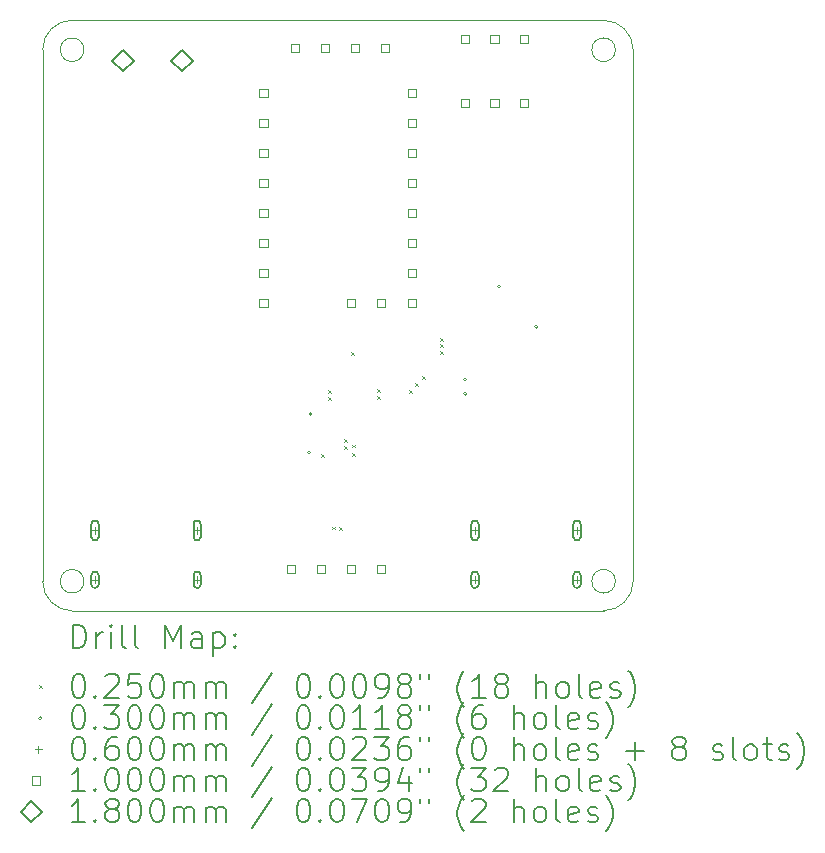
<source format=gbr>
%TF.GenerationSoftware,KiCad,Pcbnew,7.0.5*%
%TF.CreationDate,2023-08-28T18:13:52+08:00*%
%TF.ProjectId,TMC2209_TestBoard,544d4332-3230-4395-9f54-657374426f61,rev?*%
%TF.SameCoordinates,Original*%
%TF.FileFunction,Drillmap*%
%TF.FilePolarity,Positive*%
%FSLAX45Y45*%
G04 Gerber Fmt 4.5, Leading zero omitted, Abs format (unit mm)*
G04 Created by KiCad (PCBNEW 7.0.5) date 2023-08-28 18:13:52*
%MOMM*%
%LPD*%
G01*
G04 APERTURE LIST*
%ADD10C,0.100000*%
%ADD11C,0.200000*%
%ADD12C,0.025000*%
%ADD13C,0.030000*%
%ADD14C,0.060000*%
%ADD15C,0.180000*%
G04 APERTURE END LIST*
D10*
X7584000Y-8695000D02*
G75*
G03*
X7834000Y-8945000I250000J0D01*
G01*
X7934000Y-4195000D02*
G75*
G03*
X7934000Y-4195000I-100000J0D01*
G01*
X7584000Y-8695000D02*
X7584000Y-4195000D01*
X12334000Y-8945000D02*
G75*
G03*
X12584000Y-8695000I0J250000D01*
G01*
X12434000Y-4195000D02*
G75*
G03*
X12434000Y-4195000I-100000J0D01*
G01*
X7834000Y-3945000D02*
X12334000Y-3945000D01*
X12434000Y-8695000D02*
G75*
G03*
X12434000Y-8695000I-100000J0D01*
G01*
X12584000Y-4195000D02*
X12584000Y-8695000D01*
X12584000Y-4195000D02*
G75*
G03*
X12334000Y-3945000I-250000J0D01*
G01*
X12334000Y-8945000D02*
X7834000Y-8945000D01*
X7934000Y-8695000D02*
G75*
G03*
X7934000Y-8695000I-100000J0D01*
G01*
X7834000Y-3945000D02*
G75*
G03*
X7584000Y-4195000I0J-250000D01*
G01*
D11*
D12*
X9940500Y-7615500D02*
X9965500Y-7640500D01*
X9965500Y-7615500D02*
X9940500Y-7640500D01*
X9999708Y-7078210D02*
X10024708Y-7103210D01*
X10024708Y-7078210D02*
X9999708Y-7103210D01*
X10000500Y-7135500D02*
X10025500Y-7160500D01*
X10025500Y-7135500D02*
X10000500Y-7160500D01*
X10036500Y-8231500D02*
X10061500Y-8256500D01*
X10061500Y-8231500D02*
X10036500Y-8256500D01*
X10094500Y-8233500D02*
X10119500Y-8258500D01*
X10119500Y-8233500D02*
X10094500Y-8258500D01*
X10134450Y-7494500D02*
X10159450Y-7519500D01*
X10159450Y-7494500D02*
X10134450Y-7519500D01*
X10134450Y-7549500D02*
X10159450Y-7574500D01*
X10159450Y-7549500D02*
X10134450Y-7574500D01*
X10194500Y-6754500D02*
X10219500Y-6779500D01*
X10219500Y-6754500D02*
X10194500Y-6779500D01*
X10204500Y-7610500D02*
X10229500Y-7635500D01*
X10229500Y-7610500D02*
X10204500Y-7635500D01*
X10204508Y-7537508D02*
X10229508Y-7562508D01*
X10229508Y-7537508D02*
X10204508Y-7562508D01*
X10416500Y-7069500D02*
X10441500Y-7094500D01*
X10441500Y-7069500D02*
X10416500Y-7094500D01*
X10417500Y-7128500D02*
X10442500Y-7153500D01*
X10442500Y-7128500D02*
X10417500Y-7153500D01*
X10683500Y-7078500D02*
X10708500Y-7103500D01*
X10708500Y-7078500D02*
X10683500Y-7103500D01*
X10738267Y-7014586D02*
X10763267Y-7039586D01*
X10763267Y-7014586D02*
X10738267Y-7039586D01*
X10796927Y-6955927D02*
X10821927Y-6980927D01*
X10821927Y-6955927D02*
X10796927Y-6980927D01*
X10950500Y-6634500D02*
X10975500Y-6659500D01*
X10975500Y-6634500D02*
X10950500Y-6659500D01*
X10951301Y-6744339D02*
X10976301Y-6769339D01*
X10976301Y-6744339D02*
X10951301Y-6769339D01*
X10952696Y-6689406D02*
X10977696Y-6714406D01*
X10977696Y-6689406D02*
X10952696Y-6714406D01*
D13*
X9855000Y-7605000D02*
G75*
G03*
X9855000Y-7605000I-15000J0D01*
G01*
X9866000Y-7279050D02*
G75*
G03*
X9866000Y-7279050I-15000J0D01*
G01*
X11177000Y-6987000D02*
G75*
G03*
X11177000Y-6987000I-15000J0D01*
G01*
X11178000Y-7106950D02*
G75*
G03*
X11178000Y-7106950I-15000J0D01*
G01*
X11465000Y-6199000D02*
G75*
G03*
X11465000Y-6199000I-15000J0D01*
G01*
X11780000Y-6540000D02*
G75*
G03*
X11780000Y-6540000I-15000J0D01*
G01*
D14*
X8028000Y-8234500D02*
X8028000Y-8294500D01*
X7998000Y-8264500D02*
X8058000Y-8264500D01*
D11*
X7998000Y-8209500D02*
X7998000Y-8319500D01*
X7998000Y-8319500D02*
G75*
G03*
X8058000Y-8319500I30000J0D01*
G01*
X8058000Y-8319500D02*
X8058000Y-8209500D01*
X8058000Y-8209500D02*
G75*
G03*
X7998000Y-8209500I-30000J0D01*
G01*
D14*
X8028000Y-8652500D02*
X8028000Y-8712500D01*
X7998000Y-8682500D02*
X8058000Y-8682500D01*
D11*
X7998000Y-8642500D02*
X7998000Y-8722500D01*
X7998000Y-8722500D02*
G75*
G03*
X8058000Y-8722500I30000J0D01*
G01*
X8058000Y-8722500D02*
X8058000Y-8642500D01*
X8058000Y-8642500D02*
G75*
G03*
X7998000Y-8642500I-30000J0D01*
G01*
D14*
X8892000Y-8234500D02*
X8892000Y-8294500D01*
X8862000Y-8264500D02*
X8922000Y-8264500D01*
D11*
X8862000Y-8209500D02*
X8862000Y-8319500D01*
X8862000Y-8319500D02*
G75*
G03*
X8922000Y-8319500I30000J0D01*
G01*
X8922000Y-8319500D02*
X8922000Y-8209500D01*
X8922000Y-8209500D02*
G75*
G03*
X8862000Y-8209500I-30000J0D01*
G01*
D14*
X8892000Y-8652500D02*
X8892000Y-8712500D01*
X8862000Y-8682500D02*
X8922000Y-8682500D01*
D11*
X8862000Y-8642500D02*
X8862000Y-8722500D01*
X8862000Y-8722500D02*
G75*
G03*
X8922000Y-8722500I30000J0D01*
G01*
X8922000Y-8722500D02*
X8922000Y-8642500D01*
X8922000Y-8642500D02*
G75*
G03*
X8862000Y-8642500I-30000J0D01*
G01*
D14*
X11245000Y-8234500D02*
X11245000Y-8294500D01*
X11215000Y-8264500D02*
X11275000Y-8264500D01*
D11*
X11215000Y-8209500D02*
X11215000Y-8319500D01*
X11215000Y-8319500D02*
G75*
G03*
X11275000Y-8319500I30000J0D01*
G01*
X11275000Y-8319500D02*
X11275000Y-8209500D01*
X11275000Y-8209500D02*
G75*
G03*
X11215000Y-8209500I-30000J0D01*
G01*
D14*
X11245000Y-8652500D02*
X11245000Y-8712500D01*
X11215000Y-8682500D02*
X11275000Y-8682500D01*
D11*
X11215000Y-8642500D02*
X11215000Y-8722500D01*
X11215000Y-8722500D02*
G75*
G03*
X11275000Y-8722500I30000J0D01*
G01*
X11275000Y-8722500D02*
X11275000Y-8642500D01*
X11275000Y-8642500D02*
G75*
G03*
X11215000Y-8642500I-30000J0D01*
G01*
D14*
X12109000Y-8234500D02*
X12109000Y-8294500D01*
X12079000Y-8264500D02*
X12139000Y-8264500D01*
D11*
X12079000Y-8209500D02*
X12079000Y-8319500D01*
X12079000Y-8319500D02*
G75*
G03*
X12139000Y-8319500I30000J0D01*
G01*
X12139000Y-8319500D02*
X12139000Y-8209500D01*
X12139000Y-8209500D02*
G75*
G03*
X12079000Y-8209500I-30000J0D01*
G01*
D14*
X12109000Y-8652500D02*
X12109000Y-8712500D01*
X12079000Y-8682500D02*
X12139000Y-8682500D01*
D11*
X12079000Y-8642500D02*
X12079000Y-8722500D01*
X12079000Y-8722500D02*
G75*
G03*
X12139000Y-8722500I30000J0D01*
G01*
X12139000Y-8722500D02*
X12139000Y-8642500D01*
X12139000Y-8642500D02*
G75*
G03*
X12079000Y-8642500I-30000J0D01*
G01*
D10*
X9490856Y-4595356D02*
X9490856Y-4524644D01*
X9420144Y-4524644D01*
X9420144Y-4595356D01*
X9490856Y-4595356D01*
X9490856Y-4849356D02*
X9490856Y-4778644D01*
X9420144Y-4778644D01*
X9420144Y-4849356D01*
X9490856Y-4849356D01*
X9490856Y-5103356D02*
X9490856Y-5032644D01*
X9420144Y-5032644D01*
X9420144Y-5103356D01*
X9490856Y-5103356D01*
X9490856Y-5357356D02*
X9490856Y-5286644D01*
X9420144Y-5286644D01*
X9420144Y-5357356D01*
X9490856Y-5357356D01*
X9490856Y-5611356D02*
X9490856Y-5540644D01*
X9420144Y-5540644D01*
X9420144Y-5611356D01*
X9490856Y-5611356D01*
X9490856Y-5865356D02*
X9490856Y-5794644D01*
X9420144Y-5794644D01*
X9420144Y-5865356D01*
X9490856Y-5865356D01*
X9490856Y-6119356D02*
X9490856Y-6048644D01*
X9420144Y-6048644D01*
X9420144Y-6119356D01*
X9490856Y-6119356D01*
X9490856Y-6373356D02*
X9490856Y-6302644D01*
X9420144Y-6302644D01*
X9420144Y-6373356D01*
X9490856Y-6373356D01*
X9723856Y-8629356D02*
X9723856Y-8558644D01*
X9653144Y-8558644D01*
X9653144Y-8629356D01*
X9723856Y-8629356D01*
X9758356Y-4214356D02*
X9758356Y-4143644D01*
X9687644Y-4143644D01*
X9687644Y-4214356D01*
X9758356Y-4214356D01*
X9977856Y-8629356D02*
X9977856Y-8558644D01*
X9907144Y-8558644D01*
X9907144Y-8629356D01*
X9977856Y-8629356D01*
X10012356Y-4214356D02*
X10012356Y-4143644D01*
X9941644Y-4143644D01*
X9941644Y-4214356D01*
X10012356Y-4214356D01*
X10231356Y-6373356D02*
X10231356Y-6302644D01*
X10160644Y-6302644D01*
X10160644Y-6373356D01*
X10231356Y-6373356D01*
X10231856Y-8629356D02*
X10231856Y-8558644D01*
X10161144Y-8558644D01*
X10161144Y-8629356D01*
X10231856Y-8629356D01*
X10266356Y-4214356D02*
X10266356Y-4143644D01*
X10195644Y-4143644D01*
X10195644Y-4214356D01*
X10266356Y-4214356D01*
X10485356Y-6373356D02*
X10485356Y-6302644D01*
X10414644Y-6302644D01*
X10414644Y-6373356D01*
X10485356Y-6373356D01*
X10485856Y-8629356D02*
X10485856Y-8558644D01*
X10415144Y-8558644D01*
X10415144Y-8629356D01*
X10485856Y-8629356D01*
X10520356Y-4214356D02*
X10520356Y-4143644D01*
X10449644Y-4143644D01*
X10449644Y-4214356D01*
X10520356Y-4214356D01*
X10749856Y-4595356D02*
X10749856Y-4524644D01*
X10679144Y-4524644D01*
X10679144Y-4595356D01*
X10749856Y-4595356D01*
X10749856Y-4849356D02*
X10749856Y-4778644D01*
X10679144Y-4778644D01*
X10679144Y-4849356D01*
X10749856Y-4849356D01*
X10749856Y-5103356D02*
X10749856Y-5032644D01*
X10679144Y-5032644D01*
X10679144Y-5103356D01*
X10749856Y-5103356D01*
X10749856Y-5357356D02*
X10749856Y-5286644D01*
X10679144Y-5286644D01*
X10679144Y-5357356D01*
X10749856Y-5357356D01*
X10749856Y-5611356D02*
X10749856Y-5540644D01*
X10679144Y-5540644D01*
X10679144Y-5611356D01*
X10749856Y-5611356D01*
X10749856Y-5865356D02*
X10749856Y-5794644D01*
X10679144Y-5794644D01*
X10679144Y-5865356D01*
X10749856Y-5865356D01*
X10749856Y-6119356D02*
X10749856Y-6048644D01*
X10679144Y-6048644D01*
X10679144Y-6119356D01*
X10749856Y-6119356D01*
X10749856Y-6373356D02*
X10749856Y-6302644D01*
X10679144Y-6302644D01*
X10679144Y-6373356D01*
X10749856Y-6373356D01*
X11195006Y-4140256D02*
X11195006Y-4069544D01*
X11124294Y-4069544D01*
X11124294Y-4140256D01*
X11195006Y-4140256D01*
X11195006Y-4680256D02*
X11195006Y-4609544D01*
X11124294Y-4609544D01*
X11124294Y-4680256D01*
X11195006Y-4680256D01*
X11445006Y-4140256D02*
X11445006Y-4069544D01*
X11374294Y-4069544D01*
X11374294Y-4140256D01*
X11445006Y-4140256D01*
X11445006Y-4680256D02*
X11445006Y-4609544D01*
X11374294Y-4609544D01*
X11374294Y-4680256D01*
X11445006Y-4680256D01*
X11695006Y-4140256D02*
X11695006Y-4069544D01*
X11624294Y-4069544D01*
X11624294Y-4140256D01*
X11695006Y-4140256D01*
X11695006Y-4680256D02*
X11695006Y-4609544D01*
X11624294Y-4609544D01*
X11624294Y-4680256D01*
X11695006Y-4680256D01*
D15*
X8264000Y-4378000D02*
X8354000Y-4288000D01*
X8264000Y-4198000D01*
X8174000Y-4288000D01*
X8264000Y-4378000D01*
X8764000Y-4378000D02*
X8854000Y-4288000D01*
X8764000Y-4198000D01*
X8674000Y-4288000D01*
X8764000Y-4378000D01*
D11*
X7839777Y-9261484D02*
X7839777Y-9061484D01*
X7839777Y-9061484D02*
X7887396Y-9061484D01*
X7887396Y-9061484D02*
X7915967Y-9071008D01*
X7915967Y-9071008D02*
X7935015Y-9090055D01*
X7935015Y-9090055D02*
X7944539Y-9109103D01*
X7944539Y-9109103D02*
X7954062Y-9147198D01*
X7954062Y-9147198D02*
X7954062Y-9175770D01*
X7954062Y-9175770D02*
X7944539Y-9213865D01*
X7944539Y-9213865D02*
X7935015Y-9232912D01*
X7935015Y-9232912D02*
X7915967Y-9251960D01*
X7915967Y-9251960D02*
X7887396Y-9261484D01*
X7887396Y-9261484D02*
X7839777Y-9261484D01*
X8039777Y-9261484D02*
X8039777Y-9128150D01*
X8039777Y-9166246D02*
X8049301Y-9147198D01*
X8049301Y-9147198D02*
X8058824Y-9137674D01*
X8058824Y-9137674D02*
X8077872Y-9128150D01*
X8077872Y-9128150D02*
X8096920Y-9128150D01*
X8163586Y-9261484D02*
X8163586Y-9128150D01*
X8163586Y-9061484D02*
X8154062Y-9071008D01*
X8154062Y-9071008D02*
X8163586Y-9080531D01*
X8163586Y-9080531D02*
X8173110Y-9071008D01*
X8173110Y-9071008D02*
X8163586Y-9061484D01*
X8163586Y-9061484D02*
X8163586Y-9080531D01*
X8287396Y-9261484D02*
X8268348Y-9251960D01*
X8268348Y-9251960D02*
X8258824Y-9232912D01*
X8258824Y-9232912D02*
X8258824Y-9061484D01*
X8392158Y-9261484D02*
X8373110Y-9251960D01*
X8373110Y-9251960D02*
X8363586Y-9232912D01*
X8363586Y-9232912D02*
X8363586Y-9061484D01*
X8620729Y-9261484D02*
X8620729Y-9061484D01*
X8620729Y-9061484D02*
X8687396Y-9204341D01*
X8687396Y-9204341D02*
X8754063Y-9061484D01*
X8754063Y-9061484D02*
X8754063Y-9261484D01*
X8935015Y-9261484D02*
X8935015Y-9156722D01*
X8935015Y-9156722D02*
X8925491Y-9137674D01*
X8925491Y-9137674D02*
X8906444Y-9128150D01*
X8906444Y-9128150D02*
X8868348Y-9128150D01*
X8868348Y-9128150D02*
X8849301Y-9137674D01*
X8935015Y-9251960D02*
X8915967Y-9261484D01*
X8915967Y-9261484D02*
X8868348Y-9261484D01*
X8868348Y-9261484D02*
X8849301Y-9251960D01*
X8849301Y-9251960D02*
X8839777Y-9232912D01*
X8839777Y-9232912D02*
X8839777Y-9213865D01*
X8839777Y-9213865D02*
X8849301Y-9194817D01*
X8849301Y-9194817D02*
X8868348Y-9185293D01*
X8868348Y-9185293D02*
X8915967Y-9185293D01*
X8915967Y-9185293D02*
X8935015Y-9175770D01*
X9030253Y-9128150D02*
X9030253Y-9328150D01*
X9030253Y-9137674D02*
X9049301Y-9128150D01*
X9049301Y-9128150D02*
X9087396Y-9128150D01*
X9087396Y-9128150D02*
X9106444Y-9137674D01*
X9106444Y-9137674D02*
X9115967Y-9147198D01*
X9115967Y-9147198D02*
X9125491Y-9166246D01*
X9125491Y-9166246D02*
X9125491Y-9223389D01*
X9125491Y-9223389D02*
X9115967Y-9242436D01*
X9115967Y-9242436D02*
X9106444Y-9251960D01*
X9106444Y-9251960D02*
X9087396Y-9261484D01*
X9087396Y-9261484D02*
X9049301Y-9261484D01*
X9049301Y-9261484D02*
X9030253Y-9251960D01*
X9211205Y-9242436D02*
X9220729Y-9251960D01*
X9220729Y-9251960D02*
X9211205Y-9261484D01*
X9211205Y-9261484D02*
X9201682Y-9251960D01*
X9201682Y-9251960D02*
X9211205Y-9242436D01*
X9211205Y-9242436D02*
X9211205Y-9261484D01*
X9211205Y-9137674D02*
X9220729Y-9147198D01*
X9220729Y-9147198D02*
X9211205Y-9156722D01*
X9211205Y-9156722D02*
X9201682Y-9147198D01*
X9201682Y-9147198D02*
X9211205Y-9137674D01*
X9211205Y-9137674D02*
X9211205Y-9156722D01*
D12*
X7554000Y-9577500D02*
X7579000Y-9602500D01*
X7579000Y-9577500D02*
X7554000Y-9602500D01*
D11*
X7877872Y-9481484D02*
X7896920Y-9481484D01*
X7896920Y-9481484D02*
X7915967Y-9491008D01*
X7915967Y-9491008D02*
X7925491Y-9500531D01*
X7925491Y-9500531D02*
X7935015Y-9519579D01*
X7935015Y-9519579D02*
X7944539Y-9557674D01*
X7944539Y-9557674D02*
X7944539Y-9605293D01*
X7944539Y-9605293D02*
X7935015Y-9643389D01*
X7935015Y-9643389D02*
X7925491Y-9662436D01*
X7925491Y-9662436D02*
X7915967Y-9671960D01*
X7915967Y-9671960D02*
X7896920Y-9681484D01*
X7896920Y-9681484D02*
X7877872Y-9681484D01*
X7877872Y-9681484D02*
X7858824Y-9671960D01*
X7858824Y-9671960D02*
X7849301Y-9662436D01*
X7849301Y-9662436D02*
X7839777Y-9643389D01*
X7839777Y-9643389D02*
X7830253Y-9605293D01*
X7830253Y-9605293D02*
X7830253Y-9557674D01*
X7830253Y-9557674D02*
X7839777Y-9519579D01*
X7839777Y-9519579D02*
X7849301Y-9500531D01*
X7849301Y-9500531D02*
X7858824Y-9491008D01*
X7858824Y-9491008D02*
X7877872Y-9481484D01*
X8030253Y-9662436D02*
X8039777Y-9671960D01*
X8039777Y-9671960D02*
X8030253Y-9681484D01*
X8030253Y-9681484D02*
X8020729Y-9671960D01*
X8020729Y-9671960D02*
X8030253Y-9662436D01*
X8030253Y-9662436D02*
X8030253Y-9681484D01*
X8115967Y-9500531D02*
X8125491Y-9491008D01*
X8125491Y-9491008D02*
X8144539Y-9481484D01*
X8144539Y-9481484D02*
X8192158Y-9481484D01*
X8192158Y-9481484D02*
X8211205Y-9491008D01*
X8211205Y-9491008D02*
X8220729Y-9500531D01*
X8220729Y-9500531D02*
X8230253Y-9519579D01*
X8230253Y-9519579D02*
X8230253Y-9538627D01*
X8230253Y-9538627D02*
X8220729Y-9567198D01*
X8220729Y-9567198D02*
X8106443Y-9681484D01*
X8106443Y-9681484D02*
X8230253Y-9681484D01*
X8411205Y-9481484D02*
X8315967Y-9481484D01*
X8315967Y-9481484D02*
X8306443Y-9576722D01*
X8306443Y-9576722D02*
X8315967Y-9567198D01*
X8315967Y-9567198D02*
X8335015Y-9557674D01*
X8335015Y-9557674D02*
X8382634Y-9557674D01*
X8382634Y-9557674D02*
X8401682Y-9567198D01*
X8401682Y-9567198D02*
X8411205Y-9576722D01*
X8411205Y-9576722D02*
X8420729Y-9595770D01*
X8420729Y-9595770D02*
X8420729Y-9643389D01*
X8420729Y-9643389D02*
X8411205Y-9662436D01*
X8411205Y-9662436D02*
X8401682Y-9671960D01*
X8401682Y-9671960D02*
X8382634Y-9681484D01*
X8382634Y-9681484D02*
X8335015Y-9681484D01*
X8335015Y-9681484D02*
X8315967Y-9671960D01*
X8315967Y-9671960D02*
X8306443Y-9662436D01*
X8544539Y-9481484D02*
X8563586Y-9481484D01*
X8563586Y-9481484D02*
X8582634Y-9491008D01*
X8582634Y-9491008D02*
X8592158Y-9500531D01*
X8592158Y-9500531D02*
X8601682Y-9519579D01*
X8601682Y-9519579D02*
X8611205Y-9557674D01*
X8611205Y-9557674D02*
X8611205Y-9605293D01*
X8611205Y-9605293D02*
X8601682Y-9643389D01*
X8601682Y-9643389D02*
X8592158Y-9662436D01*
X8592158Y-9662436D02*
X8582634Y-9671960D01*
X8582634Y-9671960D02*
X8563586Y-9681484D01*
X8563586Y-9681484D02*
X8544539Y-9681484D01*
X8544539Y-9681484D02*
X8525491Y-9671960D01*
X8525491Y-9671960D02*
X8515967Y-9662436D01*
X8515967Y-9662436D02*
X8506444Y-9643389D01*
X8506444Y-9643389D02*
X8496920Y-9605293D01*
X8496920Y-9605293D02*
X8496920Y-9557674D01*
X8496920Y-9557674D02*
X8506444Y-9519579D01*
X8506444Y-9519579D02*
X8515967Y-9500531D01*
X8515967Y-9500531D02*
X8525491Y-9491008D01*
X8525491Y-9491008D02*
X8544539Y-9481484D01*
X8696920Y-9681484D02*
X8696920Y-9548150D01*
X8696920Y-9567198D02*
X8706444Y-9557674D01*
X8706444Y-9557674D02*
X8725491Y-9548150D01*
X8725491Y-9548150D02*
X8754063Y-9548150D01*
X8754063Y-9548150D02*
X8773110Y-9557674D01*
X8773110Y-9557674D02*
X8782634Y-9576722D01*
X8782634Y-9576722D02*
X8782634Y-9681484D01*
X8782634Y-9576722D02*
X8792158Y-9557674D01*
X8792158Y-9557674D02*
X8811205Y-9548150D01*
X8811205Y-9548150D02*
X8839777Y-9548150D01*
X8839777Y-9548150D02*
X8858825Y-9557674D01*
X8858825Y-9557674D02*
X8868348Y-9576722D01*
X8868348Y-9576722D02*
X8868348Y-9681484D01*
X8963586Y-9681484D02*
X8963586Y-9548150D01*
X8963586Y-9567198D02*
X8973110Y-9557674D01*
X8973110Y-9557674D02*
X8992158Y-9548150D01*
X8992158Y-9548150D02*
X9020729Y-9548150D01*
X9020729Y-9548150D02*
X9039777Y-9557674D01*
X9039777Y-9557674D02*
X9049301Y-9576722D01*
X9049301Y-9576722D02*
X9049301Y-9681484D01*
X9049301Y-9576722D02*
X9058825Y-9557674D01*
X9058825Y-9557674D02*
X9077872Y-9548150D01*
X9077872Y-9548150D02*
X9106444Y-9548150D01*
X9106444Y-9548150D02*
X9125491Y-9557674D01*
X9125491Y-9557674D02*
X9135015Y-9576722D01*
X9135015Y-9576722D02*
X9135015Y-9681484D01*
X9525491Y-9471960D02*
X9354063Y-9729103D01*
X9782634Y-9481484D02*
X9801682Y-9481484D01*
X9801682Y-9481484D02*
X9820729Y-9491008D01*
X9820729Y-9491008D02*
X9830253Y-9500531D01*
X9830253Y-9500531D02*
X9839777Y-9519579D01*
X9839777Y-9519579D02*
X9849301Y-9557674D01*
X9849301Y-9557674D02*
X9849301Y-9605293D01*
X9849301Y-9605293D02*
X9839777Y-9643389D01*
X9839777Y-9643389D02*
X9830253Y-9662436D01*
X9830253Y-9662436D02*
X9820729Y-9671960D01*
X9820729Y-9671960D02*
X9801682Y-9681484D01*
X9801682Y-9681484D02*
X9782634Y-9681484D01*
X9782634Y-9681484D02*
X9763587Y-9671960D01*
X9763587Y-9671960D02*
X9754063Y-9662436D01*
X9754063Y-9662436D02*
X9744539Y-9643389D01*
X9744539Y-9643389D02*
X9735015Y-9605293D01*
X9735015Y-9605293D02*
X9735015Y-9557674D01*
X9735015Y-9557674D02*
X9744539Y-9519579D01*
X9744539Y-9519579D02*
X9754063Y-9500531D01*
X9754063Y-9500531D02*
X9763587Y-9491008D01*
X9763587Y-9491008D02*
X9782634Y-9481484D01*
X9935015Y-9662436D02*
X9944539Y-9671960D01*
X9944539Y-9671960D02*
X9935015Y-9681484D01*
X9935015Y-9681484D02*
X9925491Y-9671960D01*
X9925491Y-9671960D02*
X9935015Y-9662436D01*
X9935015Y-9662436D02*
X9935015Y-9681484D01*
X10068348Y-9481484D02*
X10087396Y-9481484D01*
X10087396Y-9481484D02*
X10106444Y-9491008D01*
X10106444Y-9491008D02*
X10115968Y-9500531D01*
X10115968Y-9500531D02*
X10125491Y-9519579D01*
X10125491Y-9519579D02*
X10135015Y-9557674D01*
X10135015Y-9557674D02*
X10135015Y-9605293D01*
X10135015Y-9605293D02*
X10125491Y-9643389D01*
X10125491Y-9643389D02*
X10115968Y-9662436D01*
X10115968Y-9662436D02*
X10106444Y-9671960D01*
X10106444Y-9671960D02*
X10087396Y-9681484D01*
X10087396Y-9681484D02*
X10068348Y-9681484D01*
X10068348Y-9681484D02*
X10049301Y-9671960D01*
X10049301Y-9671960D02*
X10039777Y-9662436D01*
X10039777Y-9662436D02*
X10030253Y-9643389D01*
X10030253Y-9643389D02*
X10020729Y-9605293D01*
X10020729Y-9605293D02*
X10020729Y-9557674D01*
X10020729Y-9557674D02*
X10030253Y-9519579D01*
X10030253Y-9519579D02*
X10039777Y-9500531D01*
X10039777Y-9500531D02*
X10049301Y-9491008D01*
X10049301Y-9491008D02*
X10068348Y-9481484D01*
X10258825Y-9481484D02*
X10277872Y-9481484D01*
X10277872Y-9481484D02*
X10296920Y-9491008D01*
X10296920Y-9491008D02*
X10306444Y-9500531D01*
X10306444Y-9500531D02*
X10315968Y-9519579D01*
X10315968Y-9519579D02*
X10325491Y-9557674D01*
X10325491Y-9557674D02*
X10325491Y-9605293D01*
X10325491Y-9605293D02*
X10315968Y-9643389D01*
X10315968Y-9643389D02*
X10306444Y-9662436D01*
X10306444Y-9662436D02*
X10296920Y-9671960D01*
X10296920Y-9671960D02*
X10277872Y-9681484D01*
X10277872Y-9681484D02*
X10258825Y-9681484D01*
X10258825Y-9681484D02*
X10239777Y-9671960D01*
X10239777Y-9671960D02*
X10230253Y-9662436D01*
X10230253Y-9662436D02*
X10220729Y-9643389D01*
X10220729Y-9643389D02*
X10211206Y-9605293D01*
X10211206Y-9605293D02*
X10211206Y-9557674D01*
X10211206Y-9557674D02*
X10220729Y-9519579D01*
X10220729Y-9519579D02*
X10230253Y-9500531D01*
X10230253Y-9500531D02*
X10239777Y-9491008D01*
X10239777Y-9491008D02*
X10258825Y-9481484D01*
X10420729Y-9681484D02*
X10458825Y-9681484D01*
X10458825Y-9681484D02*
X10477872Y-9671960D01*
X10477872Y-9671960D02*
X10487396Y-9662436D01*
X10487396Y-9662436D02*
X10506444Y-9633865D01*
X10506444Y-9633865D02*
X10515968Y-9595770D01*
X10515968Y-9595770D02*
X10515968Y-9519579D01*
X10515968Y-9519579D02*
X10506444Y-9500531D01*
X10506444Y-9500531D02*
X10496920Y-9491008D01*
X10496920Y-9491008D02*
X10477872Y-9481484D01*
X10477872Y-9481484D02*
X10439777Y-9481484D01*
X10439777Y-9481484D02*
X10420729Y-9491008D01*
X10420729Y-9491008D02*
X10411206Y-9500531D01*
X10411206Y-9500531D02*
X10401682Y-9519579D01*
X10401682Y-9519579D02*
X10401682Y-9567198D01*
X10401682Y-9567198D02*
X10411206Y-9586246D01*
X10411206Y-9586246D02*
X10420729Y-9595770D01*
X10420729Y-9595770D02*
X10439777Y-9605293D01*
X10439777Y-9605293D02*
X10477872Y-9605293D01*
X10477872Y-9605293D02*
X10496920Y-9595770D01*
X10496920Y-9595770D02*
X10506444Y-9586246D01*
X10506444Y-9586246D02*
X10515968Y-9567198D01*
X10630253Y-9567198D02*
X10611206Y-9557674D01*
X10611206Y-9557674D02*
X10601682Y-9548150D01*
X10601682Y-9548150D02*
X10592158Y-9529103D01*
X10592158Y-9529103D02*
X10592158Y-9519579D01*
X10592158Y-9519579D02*
X10601682Y-9500531D01*
X10601682Y-9500531D02*
X10611206Y-9491008D01*
X10611206Y-9491008D02*
X10630253Y-9481484D01*
X10630253Y-9481484D02*
X10668349Y-9481484D01*
X10668349Y-9481484D02*
X10687396Y-9491008D01*
X10687396Y-9491008D02*
X10696920Y-9500531D01*
X10696920Y-9500531D02*
X10706444Y-9519579D01*
X10706444Y-9519579D02*
X10706444Y-9529103D01*
X10706444Y-9529103D02*
X10696920Y-9548150D01*
X10696920Y-9548150D02*
X10687396Y-9557674D01*
X10687396Y-9557674D02*
X10668349Y-9567198D01*
X10668349Y-9567198D02*
X10630253Y-9567198D01*
X10630253Y-9567198D02*
X10611206Y-9576722D01*
X10611206Y-9576722D02*
X10601682Y-9586246D01*
X10601682Y-9586246D02*
X10592158Y-9605293D01*
X10592158Y-9605293D02*
X10592158Y-9643389D01*
X10592158Y-9643389D02*
X10601682Y-9662436D01*
X10601682Y-9662436D02*
X10611206Y-9671960D01*
X10611206Y-9671960D02*
X10630253Y-9681484D01*
X10630253Y-9681484D02*
X10668349Y-9681484D01*
X10668349Y-9681484D02*
X10687396Y-9671960D01*
X10687396Y-9671960D02*
X10696920Y-9662436D01*
X10696920Y-9662436D02*
X10706444Y-9643389D01*
X10706444Y-9643389D02*
X10706444Y-9605293D01*
X10706444Y-9605293D02*
X10696920Y-9586246D01*
X10696920Y-9586246D02*
X10687396Y-9576722D01*
X10687396Y-9576722D02*
X10668349Y-9567198D01*
X10782634Y-9481484D02*
X10782634Y-9519579D01*
X10858825Y-9481484D02*
X10858825Y-9519579D01*
X11154063Y-9757674D02*
X11144539Y-9748150D01*
X11144539Y-9748150D02*
X11125491Y-9719579D01*
X11125491Y-9719579D02*
X11115968Y-9700531D01*
X11115968Y-9700531D02*
X11106444Y-9671960D01*
X11106444Y-9671960D02*
X11096920Y-9624341D01*
X11096920Y-9624341D02*
X11096920Y-9586246D01*
X11096920Y-9586246D02*
X11106444Y-9538627D01*
X11106444Y-9538627D02*
X11115968Y-9510055D01*
X11115968Y-9510055D02*
X11125491Y-9491008D01*
X11125491Y-9491008D02*
X11144539Y-9462436D01*
X11144539Y-9462436D02*
X11154063Y-9452912D01*
X11335015Y-9681484D02*
X11220729Y-9681484D01*
X11277872Y-9681484D02*
X11277872Y-9481484D01*
X11277872Y-9481484D02*
X11258825Y-9510055D01*
X11258825Y-9510055D02*
X11239777Y-9529103D01*
X11239777Y-9529103D02*
X11220729Y-9538627D01*
X11449301Y-9567198D02*
X11430253Y-9557674D01*
X11430253Y-9557674D02*
X11420729Y-9548150D01*
X11420729Y-9548150D02*
X11411206Y-9529103D01*
X11411206Y-9529103D02*
X11411206Y-9519579D01*
X11411206Y-9519579D02*
X11420729Y-9500531D01*
X11420729Y-9500531D02*
X11430253Y-9491008D01*
X11430253Y-9491008D02*
X11449301Y-9481484D01*
X11449301Y-9481484D02*
X11487396Y-9481484D01*
X11487396Y-9481484D02*
X11506444Y-9491008D01*
X11506444Y-9491008D02*
X11515968Y-9500531D01*
X11515968Y-9500531D02*
X11525491Y-9519579D01*
X11525491Y-9519579D02*
X11525491Y-9529103D01*
X11525491Y-9529103D02*
X11515968Y-9548150D01*
X11515968Y-9548150D02*
X11506444Y-9557674D01*
X11506444Y-9557674D02*
X11487396Y-9567198D01*
X11487396Y-9567198D02*
X11449301Y-9567198D01*
X11449301Y-9567198D02*
X11430253Y-9576722D01*
X11430253Y-9576722D02*
X11420729Y-9586246D01*
X11420729Y-9586246D02*
X11411206Y-9605293D01*
X11411206Y-9605293D02*
X11411206Y-9643389D01*
X11411206Y-9643389D02*
X11420729Y-9662436D01*
X11420729Y-9662436D02*
X11430253Y-9671960D01*
X11430253Y-9671960D02*
X11449301Y-9681484D01*
X11449301Y-9681484D02*
X11487396Y-9681484D01*
X11487396Y-9681484D02*
X11506444Y-9671960D01*
X11506444Y-9671960D02*
X11515968Y-9662436D01*
X11515968Y-9662436D02*
X11525491Y-9643389D01*
X11525491Y-9643389D02*
X11525491Y-9605293D01*
X11525491Y-9605293D02*
X11515968Y-9586246D01*
X11515968Y-9586246D02*
X11506444Y-9576722D01*
X11506444Y-9576722D02*
X11487396Y-9567198D01*
X11763587Y-9681484D02*
X11763587Y-9481484D01*
X11849301Y-9681484D02*
X11849301Y-9576722D01*
X11849301Y-9576722D02*
X11839777Y-9557674D01*
X11839777Y-9557674D02*
X11820730Y-9548150D01*
X11820730Y-9548150D02*
X11792158Y-9548150D01*
X11792158Y-9548150D02*
X11773110Y-9557674D01*
X11773110Y-9557674D02*
X11763587Y-9567198D01*
X11973110Y-9681484D02*
X11954063Y-9671960D01*
X11954063Y-9671960D02*
X11944539Y-9662436D01*
X11944539Y-9662436D02*
X11935015Y-9643389D01*
X11935015Y-9643389D02*
X11935015Y-9586246D01*
X11935015Y-9586246D02*
X11944539Y-9567198D01*
X11944539Y-9567198D02*
X11954063Y-9557674D01*
X11954063Y-9557674D02*
X11973110Y-9548150D01*
X11973110Y-9548150D02*
X12001682Y-9548150D01*
X12001682Y-9548150D02*
X12020730Y-9557674D01*
X12020730Y-9557674D02*
X12030253Y-9567198D01*
X12030253Y-9567198D02*
X12039777Y-9586246D01*
X12039777Y-9586246D02*
X12039777Y-9643389D01*
X12039777Y-9643389D02*
X12030253Y-9662436D01*
X12030253Y-9662436D02*
X12020730Y-9671960D01*
X12020730Y-9671960D02*
X12001682Y-9681484D01*
X12001682Y-9681484D02*
X11973110Y-9681484D01*
X12154063Y-9681484D02*
X12135015Y-9671960D01*
X12135015Y-9671960D02*
X12125491Y-9652912D01*
X12125491Y-9652912D02*
X12125491Y-9481484D01*
X12306444Y-9671960D02*
X12287396Y-9681484D01*
X12287396Y-9681484D02*
X12249301Y-9681484D01*
X12249301Y-9681484D02*
X12230253Y-9671960D01*
X12230253Y-9671960D02*
X12220730Y-9652912D01*
X12220730Y-9652912D02*
X12220730Y-9576722D01*
X12220730Y-9576722D02*
X12230253Y-9557674D01*
X12230253Y-9557674D02*
X12249301Y-9548150D01*
X12249301Y-9548150D02*
X12287396Y-9548150D01*
X12287396Y-9548150D02*
X12306444Y-9557674D01*
X12306444Y-9557674D02*
X12315968Y-9576722D01*
X12315968Y-9576722D02*
X12315968Y-9595770D01*
X12315968Y-9595770D02*
X12220730Y-9614817D01*
X12392158Y-9671960D02*
X12411206Y-9681484D01*
X12411206Y-9681484D02*
X12449301Y-9681484D01*
X12449301Y-9681484D02*
X12468349Y-9671960D01*
X12468349Y-9671960D02*
X12477872Y-9652912D01*
X12477872Y-9652912D02*
X12477872Y-9643389D01*
X12477872Y-9643389D02*
X12468349Y-9624341D01*
X12468349Y-9624341D02*
X12449301Y-9614817D01*
X12449301Y-9614817D02*
X12420730Y-9614817D01*
X12420730Y-9614817D02*
X12401682Y-9605293D01*
X12401682Y-9605293D02*
X12392158Y-9586246D01*
X12392158Y-9586246D02*
X12392158Y-9576722D01*
X12392158Y-9576722D02*
X12401682Y-9557674D01*
X12401682Y-9557674D02*
X12420730Y-9548150D01*
X12420730Y-9548150D02*
X12449301Y-9548150D01*
X12449301Y-9548150D02*
X12468349Y-9557674D01*
X12544539Y-9757674D02*
X12554063Y-9748150D01*
X12554063Y-9748150D02*
X12573111Y-9719579D01*
X12573111Y-9719579D02*
X12582634Y-9700531D01*
X12582634Y-9700531D02*
X12592158Y-9671960D01*
X12592158Y-9671960D02*
X12601682Y-9624341D01*
X12601682Y-9624341D02*
X12601682Y-9586246D01*
X12601682Y-9586246D02*
X12592158Y-9538627D01*
X12592158Y-9538627D02*
X12582634Y-9510055D01*
X12582634Y-9510055D02*
X12573111Y-9491008D01*
X12573111Y-9491008D02*
X12554063Y-9462436D01*
X12554063Y-9462436D02*
X12544539Y-9452912D01*
D13*
X7579000Y-9854000D02*
G75*
G03*
X7579000Y-9854000I-15000J0D01*
G01*
D11*
X7877872Y-9745484D02*
X7896920Y-9745484D01*
X7896920Y-9745484D02*
X7915967Y-9755008D01*
X7915967Y-9755008D02*
X7925491Y-9764531D01*
X7925491Y-9764531D02*
X7935015Y-9783579D01*
X7935015Y-9783579D02*
X7944539Y-9821674D01*
X7944539Y-9821674D02*
X7944539Y-9869293D01*
X7944539Y-9869293D02*
X7935015Y-9907389D01*
X7935015Y-9907389D02*
X7925491Y-9926436D01*
X7925491Y-9926436D02*
X7915967Y-9935960D01*
X7915967Y-9935960D02*
X7896920Y-9945484D01*
X7896920Y-9945484D02*
X7877872Y-9945484D01*
X7877872Y-9945484D02*
X7858824Y-9935960D01*
X7858824Y-9935960D02*
X7849301Y-9926436D01*
X7849301Y-9926436D02*
X7839777Y-9907389D01*
X7839777Y-9907389D02*
X7830253Y-9869293D01*
X7830253Y-9869293D02*
X7830253Y-9821674D01*
X7830253Y-9821674D02*
X7839777Y-9783579D01*
X7839777Y-9783579D02*
X7849301Y-9764531D01*
X7849301Y-9764531D02*
X7858824Y-9755008D01*
X7858824Y-9755008D02*
X7877872Y-9745484D01*
X8030253Y-9926436D02*
X8039777Y-9935960D01*
X8039777Y-9935960D02*
X8030253Y-9945484D01*
X8030253Y-9945484D02*
X8020729Y-9935960D01*
X8020729Y-9935960D02*
X8030253Y-9926436D01*
X8030253Y-9926436D02*
X8030253Y-9945484D01*
X8106443Y-9745484D02*
X8230253Y-9745484D01*
X8230253Y-9745484D02*
X8163586Y-9821674D01*
X8163586Y-9821674D02*
X8192158Y-9821674D01*
X8192158Y-9821674D02*
X8211205Y-9831198D01*
X8211205Y-9831198D02*
X8220729Y-9840722D01*
X8220729Y-9840722D02*
X8230253Y-9859770D01*
X8230253Y-9859770D02*
X8230253Y-9907389D01*
X8230253Y-9907389D02*
X8220729Y-9926436D01*
X8220729Y-9926436D02*
X8211205Y-9935960D01*
X8211205Y-9935960D02*
X8192158Y-9945484D01*
X8192158Y-9945484D02*
X8135015Y-9945484D01*
X8135015Y-9945484D02*
X8115967Y-9935960D01*
X8115967Y-9935960D02*
X8106443Y-9926436D01*
X8354062Y-9745484D02*
X8373110Y-9745484D01*
X8373110Y-9745484D02*
X8392158Y-9755008D01*
X8392158Y-9755008D02*
X8401682Y-9764531D01*
X8401682Y-9764531D02*
X8411205Y-9783579D01*
X8411205Y-9783579D02*
X8420729Y-9821674D01*
X8420729Y-9821674D02*
X8420729Y-9869293D01*
X8420729Y-9869293D02*
X8411205Y-9907389D01*
X8411205Y-9907389D02*
X8401682Y-9926436D01*
X8401682Y-9926436D02*
X8392158Y-9935960D01*
X8392158Y-9935960D02*
X8373110Y-9945484D01*
X8373110Y-9945484D02*
X8354062Y-9945484D01*
X8354062Y-9945484D02*
X8335015Y-9935960D01*
X8335015Y-9935960D02*
X8325491Y-9926436D01*
X8325491Y-9926436D02*
X8315967Y-9907389D01*
X8315967Y-9907389D02*
X8306443Y-9869293D01*
X8306443Y-9869293D02*
X8306443Y-9821674D01*
X8306443Y-9821674D02*
X8315967Y-9783579D01*
X8315967Y-9783579D02*
X8325491Y-9764531D01*
X8325491Y-9764531D02*
X8335015Y-9755008D01*
X8335015Y-9755008D02*
X8354062Y-9745484D01*
X8544539Y-9745484D02*
X8563586Y-9745484D01*
X8563586Y-9745484D02*
X8582634Y-9755008D01*
X8582634Y-9755008D02*
X8592158Y-9764531D01*
X8592158Y-9764531D02*
X8601682Y-9783579D01*
X8601682Y-9783579D02*
X8611205Y-9821674D01*
X8611205Y-9821674D02*
X8611205Y-9869293D01*
X8611205Y-9869293D02*
X8601682Y-9907389D01*
X8601682Y-9907389D02*
X8592158Y-9926436D01*
X8592158Y-9926436D02*
X8582634Y-9935960D01*
X8582634Y-9935960D02*
X8563586Y-9945484D01*
X8563586Y-9945484D02*
X8544539Y-9945484D01*
X8544539Y-9945484D02*
X8525491Y-9935960D01*
X8525491Y-9935960D02*
X8515967Y-9926436D01*
X8515967Y-9926436D02*
X8506444Y-9907389D01*
X8506444Y-9907389D02*
X8496920Y-9869293D01*
X8496920Y-9869293D02*
X8496920Y-9821674D01*
X8496920Y-9821674D02*
X8506444Y-9783579D01*
X8506444Y-9783579D02*
X8515967Y-9764531D01*
X8515967Y-9764531D02*
X8525491Y-9755008D01*
X8525491Y-9755008D02*
X8544539Y-9745484D01*
X8696920Y-9945484D02*
X8696920Y-9812150D01*
X8696920Y-9831198D02*
X8706444Y-9821674D01*
X8706444Y-9821674D02*
X8725491Y-9812150D01*
X8725491Y-9812150D02*
X8754063Y-9812150D01*
X8754063Y-9812150D02*
X8773110Y-9821674D01*
X8773110Y-9821674D02*
X8782634Y-9840722D01*
X8782634Y-9840722D02*
X8782634Y-9945484D01*
X8782634Y-9840722D02*
X8792158Y-9821674D01*
X8792158Y-9821674D02*
X8811205Y-9812150D01*
X8811205Y-9812150D02*
X8839777Y-9812150D01*
X8839777Y-9812150D02*
X8858825Y-9821674D01*
X8858825Y-9821674D02*
X8868348Y-9840722D01*
X8868348Y-9840722D02*
X8868348Y-9945484D01*
X8963586Y-9945484D02*
X8963586Y-9812150D01*
X8963586Y-9831198D02*
X8973110Y-9821674D01*
X8973110Y-9821674D02*
X8992158Y-9812150D01*
X8992158Y-9812150D02*
X9020729Y-9812150D01*
X9020729Y-9812150D02*
X9039777Y-9821674D01*
X9039777Y-9821674D02*
X9049301Y-9840722D01*
X9049301Y-9840722D02*
X9049301Y-9945484D01*
X9049301Y-9840722D02*
X9058825Y-9821674D01*
X9058825Y-9821674D02*
X9077872Y-9812150D01*
X9077872Y-9812150D02*
X9106444Y-9812150D01*
X9106444Y-9812150D02*
X9125491Y-9821674D01*
X9125491Y-9821674D02*
X9135015Y-9840722D01*
X9135015Y-9840722D02*
X9135015Y-9945484D01*
X9525491Y-9735960D02*
X9354063Y-9993103D01*
X9782634Y-9745484D02*
X9801682Y-9745484D01*
X9801682Y-9745484D02*
X9820729Y-9755008D01*
X9820729Y-9755008D02*
X9830253Y-9764531D01*
X9830253Y-9764531D02*
X9839777Y-9783579D01*
X9839777Y-9783579D02*
X9849301Y-9821674D01*
X9849301Y-9821674D02*
X9849301Y-9869293D01*
X9849301Y-9869293D02*
X9839777Y-9907389D01*
X9839777Y-9907389D02*
X9830253Y-9926436D01*
X9830253Y-9926436D02*
X9820729Y-9935960D01*
X9820729Y-9935960D02*
X9801682Y-9945484D01*
X9801682Y-9945484D02*
X9782634Y-9945484D01*
X9782634Y-9945484D02*
X9763587Y-9935960D01*
X9763587Y-9935960D02*
X9754063Y-9926436D01*
X9754063Y-9926436D02*
X9744539Y-9907389D01*
X9744539Y-9907389D02*
X9735015Y-9869293D01*
X9735015Y-9869293D02*
X9735015Y-9821674D01*
X9735015Y-9821674D02*
X9744539Y-9783579D01*
X9744539Y-9783579D02*
X9754063Y-9764531D01*
X9754063Y-9764531D02*
X9763587Y-9755008D01*
X9763587Y-9755008D02*
X9782634Y-9745484D01*
X9935015Y-9926436D02*
X9944539Y-9935960D01*
X9944539Y-9935960D02*
X9935015Y-9945484D01*
X9935015Y-9945484D02*
X9925491Y-9935960D01*
X9925491Y-9935960D02*
X9935015Y-9926436D01*
X9935015Y-9926436D02*
X9935015Y-9945484D01*
X10068348Y-9745484D02*
X10087396Y-9745484D01*
X10087396Y-9745484D02*
X10106444Y-9755008D01*
X10106444Y-9755008D02*
X10115968Y-9764531D01*
X10115968Y-9764531D02*
X10125491Y-9783579D01*
X10125491Y-9783579D02*
X10135015Y-9821674D01*
X10135015Y-9821674D02*
X10135015Y-9869293D01*
X10135015Y-9869293D02*
X10125491Y-9907389D01*
X10125491Y-9907389D02*
X10115968Y-9926436D01*
X10115968Y-9926436D02*
X10106444Y-9935960D01*
X10106444Y-9935960D02*
X10087396Y-9945484D01*
X10087396Y-9945484D02*
X10068348Y-9945484D01*
X10068348Y-9945484D02*
X10049301Y-9935960D01*
X10049301Y-9935960D02*
X10039777Y-9926436D01*
X10039777Y-9926436D02*
X10030253Y-9907389D01*
X10030253Y-9907389D02*
X10020729Y-9869293D01*
X10020729Y-9869293D02*
X10020729Y-9821674D01*
X10020729Y-9821674D02*
X10030253Y-9783579D01*
X10030253Y-9783579D02*
X10039777Y-9764531D01*
X10039777Y-9764531D02*
X10049301Y-9755008D01*
X10049301Y-9755008D02*
X10068348Y-9745484D01*
X10325491Y-9945484D02*
X10211206Y-9945484D01*
X10268348Y-9945484D02*
X10268348Y-9745484D01*
X10268348Y-9745484D02*
X10249301Y-9774055D01*
X10249301Y-9774055D02*
X10230253Y-9793103D01*
X10230253Y-9793103D02*
X10211206Y-9802627D01*
X10515968Y-9945484D02*
X10401682Y-9945484D01*
X10458825Y-9945484D02*
X10458825Y-9745484D01*
X10458825Y-9745484D02*
X10439777Y-9774055D01*
X10439777Y-9774055D02*
X10420729Y-9793103D01*
X10420729Y-9793103D02*
X10401682Y-9802627D01*
X10630253Y-9831198D02*
X10611206Y-9821674D01*
X10611206Y-9821674D02*
X10601682Y-9812150D01*
X10601682Y-9812150D02*
X10592158Y-9793103D01*
X10592158Y-9793103D02*
X10592158Y-9783579D01*
X10592158Y-9783579D02*
X10601682Y-9764531D01*
X10601682Y-9764531D02*
X10611206Y-9755008D01*
X10611206Y-9755008D02*
X10630253Y-9745484D01*
X10630253Y-9745484D02*
X10668349Y-9745484D01*
X10668349Y-9745484D02*
X10687396Y-9755008D01*
X10687396Y-9755008D02*
X10696920Y-9764531D01*
X10696920Y-9764531D02*
X10706444Y-9783579D01*
X10706444Y-9783579D02*
X10706444Y-9793103D01*
X10706444Y-9793103D02*
X10696920Y-9812150D01*
X10696920Y-9812150D02*
X10687396Y-9821674D01*
X10687396Y-9821674D02*
X10668349Y-9831198D01*
X10668349Y-9831198D02*
X10630253Y-9831198D01*
X10630253Y-9831198D02*
X10611206Y-9840722D01*
X10611206Y-9840722D02*
X10601682Y-9850246D01*
X10601682Y-9850246D02*
X10592158Y-9869293D01*
X10592158Y-9869293D02*
X10592158Y-9907389D01*
X10592158Y-9907389D02*
X10601682Y-9926436D01*
X10601682Y-9926436D02*
X10611206Y-9935960D01*
X10611206Y-9935960D02*
X10630253Y-9945484D01*
X10630253Y-9945484D02*
X10668349Y-9945484D01*
X10668349Y-9945484D02*
X10687396Y-9935960D01*
X10687396Y-9935960D02*
X10696920Y-9926436D01*
X10696920Y-9926436D02*
X10706444Y-9907389D01*
X10706444Y-9907389D02*
X10706444Y-9869293D01*
X10706444Y-9869293D02*
X10696920Y-9850246D01*
X10696920Y-9850246D02*
X10687396Y-9840722D01*
X10687396Y-9840722D02*
X10668349Y-9831198D01*
X10782634Y-9745484D02*
X10782634Y-9783579D01*
X10858825Y-9745484D02*
X10858825Y-9783579D01*
X11154063Y-10021674D02*
X11144539Y-10012150D01*
X11144539Y-10012150D02*
X11125491Y-9983579D01*
X11125491Y-9983579D02*
X11115968Y-9964531D01*
X11115968Y-9964531D02*
X11106444Y-9935960D01*
X11106444Y-9935960D02*
X11096920Y-9888341D01*
X11096920Y-9888341D02*
X11096920Y-9850246D01*
X11096920Y-9850246D02*
X11106444Y-9802627D01*
X11106444Y-9802627D02*
X11115968Y-9774055D01*
X11115968Y-9774055D02*
X11125491Y-9755008D01*
X11125491Y-9755008D02*
X11144539Y-9726436D01*
X11144539Y-9726436D02*
X11154063Y-9716912D01*
X11315968Y-9745484D02*
X11277872Y-9745484D01*
X11277872Y-9745484D02*
X11258825Y-9755008D01*
X11258825Y-9755008D02*
X11249301Y-9764531D01*
X11249301Y-9764531D02*
X11230253Y-9793103D01*
X11230253Y-9793103D02*
X11220729Y-9831198D01*
X11220729Y-9831198D02*
X11220729Y-9907389D01*
X11220729Y-9907389D02*
X11230253Y-9926436D01*
X11230253Y-9926436D02*
X11239777Y-9935960D01*
X11239777Y-9935960D02*
X11258825Y-9945484D01*
X11258825Y-9945484D02*
X11296920Y-9945484D01*
X11296920Y-9945484D02*
X11315968Y-9935960D01*
X11315968Y-9935960D02*
X11325491Y-9926436D01*
X11325491Y-9926436D02*
X11335015Y-9907389D01*
X11335015Y-9907389D02*
X11335015Y-9859770D01*
X11335015Y-9859770D02*
X11325491Y-9840722D01*
X11325491Y-9840722D02*
X11315968Y-9831198D01*
X11315968Y-9831198D02*
X11296920Y-9821674D01*
X11296920Y-9821674D02*
X11258825Y-9821674D01*
X11258825Y-9821674D02*
X11239777Y-9831198D01*
X11239777Y-9831198D02*
X11230253Y-9840722D01*
X11230253Y-9840722D02*
X11220729Y-9859770D01*
X11573110Y-9945484D02*
X11573110Y-9745484D01*
X11658825Y-9945484D02*
X11658825Y-9840722D01*
X11658825Y-9840722D02*
X11649301Y-9821674D01*
X11649301Y-9821674D02*
X11630253Y-9812150D01*
X11630253Y-9812150D02*
X11601682Y-9812150D01*
X11601682Y-9812150D02*
X11582634Y-9821674D01*
X11582634Y-9821674D02*
X11573110Y-9831198D01*
X11782634Y-9945484D02*
X11763587Y-9935960D01*
X11763587Y-9935960D02*
X11754063Y-9926436D01*
X11754063Y-9926436D02*
X11744539Y-9907389D01*
X11744539Y-9907389D02*
X11744539Y-9850246D01*
X11744539Y-9850246D02*
X11754063Y-9831198D01*
X11754063Y-9831198D02*
X11763587Y-9821674D01*
X11763587Y-9821674D02*
X11782634Y-9812150D01*
X11782634Y-9812150D02*
X11811206Y-9812150D01*
X11811206Y-9812150D02*
X11830253Y-9821674D01*
X11830253Y-9821674D02*
X11839777Y-9831198D01*
X11839777Y-9831198D02*
X11849301Y-9850246D01*
X11849301Y-9850246D02*
X11849301Y-9907389D01*
X11849301Y-9907389D02*
X11839777Y-9926436D01*
X11839777Y-9926436D02*
X11830253Y-9935960D01*
X11830253Y-9935960D02*
X11811206Y-9945484D01*
X11811206Y-9945484D02*
X11782634Y-9945484D01*
X11963587Y-9945484D02*
X11944539Y-9935960D01*
X11944539Y-9935960D02*
X11935015Y-9916912D01*
X11935015Y-9916912D02*
X11935015Y-9745484D01*
X12115968Y-9935960D02*
X12096920Y-9945484D01*
X12096920Y-9945484D02*
X12058825Y-9945484D01*
X12058825Y-9945484D02*
X12039777Y-9935960D01*
X12039777Y-9935960D02*
X12030253Y-9916912D01*
X12030253Y-9916912D02*
X12030253Y-9840722D01*
X12030253Y-9840722D02*
X12039777Y-9821674D01*
X12039777Y-9821674D02*
X12058825Y-9812150D01*
X12058825Y-9812150D02*
X12096920Y-9812150D01*
X12096920Y-9812150D02*
X12115968Y-9821674D01*
X12115968Y-9821674D02*
X12125491Y-9840722D01*
X12125491Y-9840722D02*
X12125491Y-9859770D01*
X12125491Y-9859770D02*
X12030253Y-9878817D01*
X12201682Y-9935960D02*
X12220730Y-9945484D01*
X12220730Y-9945484D02*
X12258825Y-9945484D01*
X12258825Y-9945484D02*
X12277872Y-9935960D01*
X12277872Y-9935960D02*
X12287396Y-9916912D01*
X12287396Y-9916912D02*
X12287396Y-9907389D01*
X12287396Y-9907389D02*
X12277872Y-9888341D01*
X12277872Y-9888341D02*
X12258825Y-9878817D01*
X12258825Y-9878817D02*
X12230253Y-9878817D01*
X12230253Y-9878817D02*
X12211206Y-9869293D01*
X12211206Y-9869293D02*
X12201682Y-9850246D01*
X12201682Y-9850246D02*
X12201682Y-9840722D01*
X12201682Y-9840722D02*
X12211206Y-9821674D01*
X12211206Y-9821674D02*
X12230253Y-9812150D01*
X12230253Y-9812150D02*
X12258825Y-9812150D01*
X12258825Y-9812150D02*
X12277872Y-9821674D01*
X12354063Y-10021674D02*
X12363587Y-10012150D01*
X12363587Y-10012150D02*
X12382634Y-9983579D01*
X12382634Y-9983579D02*
X12392158Y-9964531D01*
X12392158Y-9964531D02*
X12401682Y-9935960D01*
X12401682Y-9935960D02*
X12411206Y-9888341D01*
X12411206Y-9888341D02*
X12411206Y-9850246D01*
X12411206Y-9850246D02*
X12401682Y-9802627D01*
X12401682Y-9802627D02*
X12392158Y-9774055D01*
X12392158Y-9774055D02*
X12382634Y-9755008D01*
X12382634Y-9755008D02*
X12363587Y-9726436D01*
X12363587Y-9726436D02*
X12354063Y-9716912D01*
D14*
X7549000Y-10088000D02*
X7549000Y-10148000D01*
X7519000Y-10118000D02*
X7579000Y-10118000D01*
D11*
X7877872Y-10009484D02*
X7896920Y-10009484D01*
X7896920Y-10009484D02*
X7915967Y-10019008D01*
X7915967Y-10019008D02*
X7925491Y-10028531D01*
X7925491Y-10028531D02*
X7935015Y-10047579D01*
X7935015Y-10047579D02*
X7944539Y-10085674D01*
X7944539Y-10085674D02*
X7944539Y-10133293D01*
X7944539Y-10133293D02*
X7935015Y-10171389D01*
X7935015Y-10171389D02*
X7925491Y-10190436D01*
X7925491Y-10190436D02*
X7915967Y-10199960D01*
X7915967Y-10199960D02*
X7896920Y-10209484D01*
X7896920Y-10209484D02*
X7877872Y-10209484D01*
X7877872Y-10209484D02*
X7858824Y-10199960D01*
X7858824Y-10199960D02*
X7849301Y-10190436D01*
X7849301Y-10190436D02*
X7839777Y-10171389D01*
X7839777Y-10171389D02*
X7830253Y-10133293D01*
X7830253Y-10133293D02*
X7830253Y-10085674D01*
X7830253Y-10085674D02*
X7839777Y-10047579D01*
X7839777Y-10047579D02*
X7849301Y-10028531D01*
X7849301Y-10028531D02*
X7858824Y-10019008D01*
X7858824Y-10019008D02*
X7877872Y-10009484D01*
X8030253Y-10190436D02*
X8039777Y-10199960D01*
X8039777Y-10199960D02*
X8030253Y-10209484D01*
X8030253Y-10209484D02*
X8020729Y-10199960D01*
X8020729Y-10199960D02*
X8030253Y-10190436D01*
X8030253Y-10190436D02*
X8030253Y-10209484D01*
X8211205Y-10009484D02*
X8173110Y-10009484D01*
X8173110Y-10009484D02*
X8154062Y-10019008D01*
X8154062Y-10019008D02*
X8144539Y-10028531D01*
X8144539Y-10028531D02*
X8125491Y-10057103D01*
X8125491Y-10057103D02*
X8115967Y-10095198D01*
X8115967Y-10095198D02*
X8115967Y-10171389D01*
X8115967Y-10171389D02*
X8125491Y-10190436D01*
X8125491Y-10190436D02*
X8135015Y-10199960D01*
X8135015Y-10199960D02*
X8154062Y-10209484D01*
X8154062Y-10209484D02*
X8192158Y-10209484D01*
X8192158Y-10209484D02*
X8211205Y-10199960D01*
X8211205Y-10199960D02*
X8220729Y-10190436D01*
X8220729Y-10190436D02*
X8230253Y-10171389D01*
X8230253Y-10171389D02*
X8230253Y-10123770D01*
X8230253Y-10123770D02*
X8220729Y-10104722D01*
X8220729Y-10104722D02*
X8211205Y-10095198D01*
X8211205Y-10095198D02*
X8192158Y-10085674D01*
X8192158Y-10085674D02*
X8154062Y-10085674D01*
X8154062Y-10085674D02*
X8135015Y-10095198D01*
X8135015Y-10095198D02*
X8125491Y-10104722D01*
X8125491Y-10104722D02*
X8115967Y-10123770D01*
X8354062Y-10009484D02*
X8373110Y-10009484D01*
X8373110Y-10009484D02*
X8392158Y-10019008D01*
X8392158Y-10019008D02*
X8401682Y-10028531D01*
X8401682Y-10028531D02*
X8411205Y-10047579D01*
X8411205Y-10047579D02*
X8420729Y-10085674D01*
X8420729Y-10085674D02*
X8420729Y-10133293D01*
X8420729Y-10133293D02*
X8411205Y-10171389D01*
X8411205Y-10171389D02*
X8401682Y-10190436D01*
X8401682Y-10190436D02*
X8392158Y-10199960D01*
X8392158Y-10199960D02*
X8373110Y-10209484D01*
X8373110Y-10209484D02*
X8354062Y-10209484D01*
X8354062Y-10209484D02*
X8335015Y-10199960D01*
X8335015Y-10199960D02*
X8325491Y-10190436D01*
X8325491Y-10190436D02*
X8315967Y-10171389D01*
X8315967Y-10171389D02*
X8306443Y-10133293D01*
X8306443Y-10133293D02*
X8306443Y-10085674D01*
X8306443Y-10085674D02*
X8315967Y-10047579D01*
X8315967Y-10047579D02*
X8325491Y-10028531D01*
X8325491Y-10028531D02*
X8335015Y-10019008D01*
X8335015Y-10019008D02*
X8354062Y-10009484D01*
X8544539Y-10009484D02*
X8563586Y-10009484D01*
X8563586Y-10009484D02*
X8582634Y-10019008D01*
X8582634Y-10019008D02*
X8592158Y-10028531D01*
X8592158Y-10028531D02*
X8601682Y-10047579D01*
X8601682Y-10047579D02*
X8611205Y-10085674D01*
X8611205Y-10085674D02*
X8611205Y-10133293D01*
X8611205Y-10133293D02*
X8601682Y-10171389D01*
X8601682Y-10171389D02*
X8592158Y-10190436D01*
X8592158Y-10190436D02*
X8582634Y-10199960D01*
X8582634Y-10199960D02*
X8563586Y-10209484D01*
X8563586Y-10209484D02*
X8544539Y-10209484D01*
X8544539Y-10209484D02*
X8525491Y-10199960D01*
X8525491Y-10199960D02*
X8515967Y-10190436D01*
X8515967Y-10190436D02*
X8506444Y-10171389D01*
X8506444Y-10171389D02*
X8496920Y-10133293D01*
X8496920Y-10133293D02*
X8496920Y-10085674D01*
X8496920Y-10085674D02*
X8506444Y-10047579D01*
X8506444Y-10047579D02*
X8515967Y-10028531D01*
X8515967Y-10028531D02*
X8525491Y-10019008D01*
X8525491Y-10019008D02*
X8544539Y-10009484D01*
X8696920Y-10209484D02*
X8696920Y-10076150D01*
X8696920Y-10095198D02*
X8706444Y-10085674D01*
X8706444Y-10085674D02*
X8725491Y-10076150D01*
X8725491Y-10076150D02*
X8754063Y-10076150D01*
X8754063Y-10076150D02*
X8773110Y-10085674D01*
X8773110Y-10085674D02*
X8782634Y-10104722D01*
X8782634Y-10104722D02*
X8782634Y-10209484D01*
X8782634Y-10104722D02*
X8792158Y-10085674D01*
X8792158Y-10085674D02*
X8811205Y-10076150D01*
X8811205Y-10076150D02*
X8839777Y-10076150D01*
X8839777Y-10076150D02*
X8858825Y-10085674D01*
X8858825Y-10085674D02*
X8868348Y-10104722D01*
X8868348Y-10104722D02*
X8868348Y-10209484D01*
X8963586Y-10209484D02*
X8963586Y-10076150D01*
X8963586Y-10095198D02*
X8973110Y-10085674D01*
X8973110Y-10085674D02*
X8992158Y-10076150D01*
X8992158Y-10076150D02*
X9020729Y-10076150D01*
X9020729Y-10076150D02*
X9039777Y-10085674D01*
X9039777Y-10085674D02*
X9049301Y-10104722D01*
X9049301Y-10104722D02*
X9049301Y-10209484D01*
X9049301Y-10104722D02*
X9058825Y-10085674D01*
X9058825Y-10085674D02*
X9077872Y-10076150D01*
X9077872Y-10076150D02*
X9106444Y-10076150D01*
X9106444Y-10076150D02*
X9125491Y-10085674D01*
X9125491Y-10085674D02*
X9135015Y-10104722D01*
X9135015Y-10104722D02*
X9135015Y-10209484D01*
X9525491Y-9999960D02*
X9354063Y-10257103D01*
X9782634Y-10009484D02*
X9801682Y-10009484D01*
X9801682Y-10009484D02*
X9820729Y-10019008D01*
X9820729Y-10019008D02*
X9830253Y-10028531D01*
X9830253Y-10028531D02*
X9839777Y-10047579D01*
X9839777Y-10047579D02*
X9849301Y-10085674D01*
X9849301Y-10085674D02*
X9849301Y-10133293D01*
X9849301Y-10133293D02*
X9839777Y-10171389D01*
X9839777Y-10171389D02*
X9830253Y-10190436D01*
X9830253Y-10190436D02*
X9820729Y-10199960D01*
X9820729Y-10199960D02*
X9801682Y-10209484D01*
X9801682Y-10209484D02*
X9782634Y-10209484D01*
X9782634Y-10209484D02*
X9763587Y-10199960D01*
X9763587Y-10199960D02*
X9754063Y-10190436D01*
X9754063Y-10190436D02*
X9744539Y-10171389D01*
X9744539Y-10171389D02*
X9735015Y-10133293D01*
X9735015Y-10133293D02*
X9735015Y-10085674D01*
X9735015Y-10085674D02*
X9744539Y-10047579D01*
X9744539Y-10047579D02*
X9754063Y-10028531D01*
X9754063Y-10028531D02*
X9763587Y-10019008D01*
X9763587Y-10019008D02*
X9782634Y-10009484D01*
X9935015Y-10190436D02*
X9944539Y-10199960D01*
X9944539Y-10199960D02*
X9935015Y-10209484D01*
X9935015Y-10209484D02*
X9925491Y-10199960D01*
X9925491Y-10199960D02*
X9935015Y-10190436D01*
X9935015Y-10190436D02*
X9935015Y-10209484D01*
X10068348Y-10009484D02*
X10087396Y-10009484D01*
X10087396Y-10009484D02*
X10106444Y-10019008D01*
X10106444Y-10019008D02*
X10115968Y-10028531D01*
X10115968Y-10028531D02*
X10125491Y-10047579D01*
X10125491Y-10047579D02*
X10135015Y-10085674D01*
X10135015Y-10085674D02*
X10135015Y-10133293D01*
X10135015Y-10133293D02*
X10125491Y-10171389D01*
X10125491Y-10171389D02*
X10115968Y-10190436D01*
X10115968Y-10190436D02*
X10106444Y-10199960D01*
X10106444Y-10199960D02*
X10087396Y-10209484D01*
X10087396Y-10209484D02*
X10068348Y-10209484D01*
X10068348Y-10209484D02*
X10049301Y-10199960D01*
X10049301Y-10199960D02*
X10039777Y-10190436D01*
X10039777Y-10190436D02*
X10030253Y-10171389D01*
X10030253Y-10171389D02*
X10020729Y-10133293D01*
X10020729Y-10133293D02*
X10020729Y-10085674D01*
X10020729Y-10085674D02*
X10030253Y-10047579D01*
X10030253Y-10047579D02*
X10039777Y-10028531D01*
X10039777Y-10028531D02*
X10049301Y-10019008D01*
X10049301Y-10019008D02*
X10068348Y-10009484D01*
X10211206Y-10028531D02*
X10220729Y-10019008D01*
X10220729Y-10019008D02*
X10239777Y-10009484D01*
X10239777Y-10009484D02*
X10287396Y-10009484D01*
X10287396Y-10009484D02*
X10306444Y-10019008D01*
X10306444Y-10019008D02*
X10315968Y-10028531D01*
X10315968Y-10028531D02*
X10325491Y-10047579D01*
X10325491Y-10047579D02*
X10325491Y-10066627D01*
X10325491Y-10066627D02*
X10315968Y-10095198D01*
X10315968Y-10095198D02*
X10201682Y-10209484D01*
X10201682Y-10209484D02*
X10325491Y-10209484D01*
X10392158Y-10009484D02*
X10515968Y-10009484D01*
X10515968Y-10009484D02*
X10449301Y-10085674D01*
X10449301Y-10085674D02*
X10477872Y-10085674D01*
X10477872Y-10085674D02*
X10496920Y-10095198D01*
X10496920Y-10095198D02*
X10506444Y-10104722D01*
X10506444Y-10104722D02*
X10515968Y-10123770D01*
X10515968Y-10123770D02*
X10515968Y-10171389D01*
X10515968Y-10171389D02*
X10506444Y-10190436D01*
X10506444Y-10190436D02*
X10496920Y-10199960D01*
X10496920Y-10199960D02*
X10477872Y-10209484D01*
X10477872Y-10209484D02*
X10420729Y-10209484D01*
X10420729Y-10209484D02*
X10401682Y-10199960D01*
X10401682Y-10199960D02*
X10392158Y-10190436D01*
X10687396Y-10009484D02*
X10649301Y-10009484D01*
X10649301Y-10009484D02*
X10630253Y-10019008D01*
X10630253Y-10019008D02*
X10620729Y-10028531D01*
X10620729Y-10028531D02*
X10601682Y-10057103D01*
X10601682Y-10057103D02*
X10592158Y-10095198D01*
X10592158Y-10095198D02*
X10592158Y-10171389D01*
X10592158Y-10171389D02*
X10601682Y-10190436D01*
X10601682Y-10190436D02*
X10611206Y-10199960D01*
X10611206Y-10199960D02*
X10630253Y-10209484D01*
X10630253Y-10209484D02*
X10668349Y-10209484D01*
X10668349Y-10209484D02*
X10687396Y-10199960D01*
X10687396Y-10199960D02*
X10696920Y-10190436D01*
X10696920Y-10190436D02*
X10706444Y-10171389D01*
X10706444Y-10171389D02*
X10706444Y-10123770D01*
X10706444Y-10123770D02*
X10696920Y-10104722D01*
X10696920Y-10104722D02*
X10687396Y-10095198D01*
X10687396Y-10095198D02*
X10668349Y-10085674D01*
X10668349Y-10085674D02*
X10630253Y-10085674D01*
X10630253Y-10085674D02*
X10611206Y-10095198D01*
X10611206Y-10095198D02*
X10601682Y-10104722D01*
X10601682Y-10104722D02*
X10592158Y-10123770D01*
X10782634Y-10009484D02*
X10782634Y-10047579D01*
X10858825Y-10009484D02*
X10858825Y-10047579D01*
X11154063Y-10285674D02*
X11144539Y-10276150D01*
X11144539Y-10276150D02*
X11125491Y-10247579D01*
X11125491Y-10247579D02*
X11115968Y-10228531D01*
X11115968Y-10228531D02*
X11106444Y-10199960D01*
X11106444Y-10199960D02*
X11096920Y-10152341D01*
X11096920Y-10152341D02*
X11096920Y-10114246D01*
X11096920Y-10114246D02*
X11106444Y-10066627D01*
X11106444Y-10066627D02*
X11115968Y-10038055D01*
X11115968Y-10038055D02*
X11125491Y-10019008D01*
X11125491Y-10019008D02*
X11144539Y-9990436D01*
X11144539Y-9990436D02*
X11154063Y-9980912D01*
X11268348Y-10009484D02*
X11287396Y-10009484D01*
X11287396Y-10009484D02*
X11306444Y-10019008D01*
X11306444Y-10019008D02*
X11315968Y-10028531D01*
X11315968Y-10028531D02*
X11325491Y-10047579D01*
X11325491Y-10047579D02*
X11335015Y-10085674D01*
X11335015Y-10085674D02*
X11335015Y-10133293D01*
X11335015Y-10133293D02*
X11325491Y-10171389D01*
X11325491Y-10171389D02*
X11315968Y-10190436D01*
X11315968Y-10190436D02*
X11306444Y-10199960D01*
X11306444Y-10199960D02*
X11287396Y-10209484D01*
X11287396Y-10209484D02*
X11268348Y-10209484D01*
X11268348Y-10209484D02*
X11249301Y-10199960D01*
X11249301Y-10199960D02*
X11239777Y-10190436D01*
X11239777Y-10190436D02*
X11230253Y-10171389D01*
X11230253Y-10171389D02*
X11220729Y-10133293D01*
X11220729Y-10133293D02*
X11220729Y-10085674D01*
X11220729Y-10085674D02*
X11230253Y-10047579D01*
X11230253Y-10047579D02*
X11239777Y-10028531D01*
X11239777Y-10028531D02*
X11249301Y-10019008D01*
X11249301Y-10019008D02*
X11268348Y-10009484D01*
X11573110Y-10209484D02*
X11573110Y-10009484D01*
X11658825Y-10209484D02*
X11658825Y-10104722D01*
X11658825Y-10104722D02*
X11649301Y-10085674D01*
X11649301Y-10085674D02*
X11630253Y-10076150D01*
X11630253Y-10076150D02*
X11601682Y-10076150D01*
X11601682Y-10076150D02*
X11582634Y-10085674D01*
X11582634Y-10085674D02*
X11573110Y-10095198D01*
X11782634Y-10209484D02*
X11763587Y-10199960D01*
X11763587Y-10199960D02*
X11754063Y-10190436D01*
X11754063Y-10190436D02*
X11744539Y-10171389D01*
X11744539Y-10171389D02*
X11744539Y-10114246D01*
X11744539Y-10114246D02*
X11754063Y-10095198D01*
X11754063Y-10095198D02*
X11763587Y-10085674D01*
X11763587Y-10085674D02*
X11782634Y-10076150D01*
X11782634Y-10076150D02*
X11811206Y-10076150D01*
X11811206Y-10076150D02*
X11830253Y-10085674D01*
X11830253Y-10085674D02*
X11839777Y-10095198D01*
X11839777Y-10095198D02*
X11849301Y-10114246D01*
X11849301Y-10114246D02*
X11849301Y-10171389D01*
X11849301Y-10171389D02*
X11839777Y-10190436D01*
X11839777Y-10190436D02*
X11830253Y-10199960D01*
X11830253Y-10199960D02*
X11811206Y-10209484D01*
X11811206Y-10209484D02*
X11782634Y-10209484D01*
X11963587Y-10209484D02*
X11944539Y-10199960D01*
X11944539Y-10199960D02*
X11935015Y-10180912D01*
X11935015Y-10180912D02*
X11935015Y-10009484D01*
X12115968Y-10199960D02*
X12096920Y-10209484D01*
X12096920Y-10209484D02*
X12058825Y-10209484D01*
X12058825Y-10209484D02*
X12039777Y-10199960D01*
X12039777Y-10199960D02*
X12030253Y-10180912D01*
X12030253Y-10180912D02*
X12030253Y-10104722D01*
X12030253Y-10104722D02*
X12039777Y-10085674D01*
X12039777Y-10085674D02*
X12058825Y-10076150D01*
X12058825Y-10076150D02*
X12096920Y-10076150D01*
X12096920Y-10076150D02*
X12115968Y-10085674D01*
X12115968Y-10085674D02*
X12125491Y-10104722D01*
X12125491Y-10104722D02*
X12125491Y-10123770D01*
X12125491Y-10123770D02*
X12030253Y-10142817D01*
X12201682Y-10199960D02*
X12220730Y-10209484D01*
X12220730Y-10209484D02*
X12258825Y-10209484D01*
X12258825Y-10209484D02*
X12277872Y-10199960D01*
X12277872Y-10199960D02*
X12287396Y-10180912D01*
X12287396Y-10180912D02*
X12287396Y-10171389D01*
X12287396Y-10171389D02*
X12277872Y-10152341D01*
X12277872Y-10152341D02*
X12258825Y-10142817D01*
X12258825Y-10142817D02*
X12230253Y-10142817D01*
X12230253Y-10142817D02*
X12211206Y-10133293D01*
X12211206Y-10133293D02*
X12201682Y-10114246D01*
X12201682Y-10114246D02*
X12201682Y-10104722D01*
X12201682Y-10104722D02*
X12211206Y-10085674D01*
X12211206Y-10085674D02*
X12230253Y-10076150D01*
X12230253Y-10076150D02*
X12258825Y-10076150D01*
X12258825Y-10076150D02*
X12277872Y-10085674D01*
X12525492Y-10133293D02*
X12677873Y-10133293D01*
X12601682Y-10209484D02*
X12601682Y-10057103D01*
X12954063Y-10095198D02*
X12935015Y-10085674D01*
X12935015Y-10085674D02*
X12925492Y-10076150D01*
X12925492Y-10076150D02*
X12915968Y-10057103D01*
X12915968Y-10057103D02*
X12915968Y-10047579D01*
X12915968Y-10047579D02*
X12925492Y-10028531D01*
X12925492Y-10028531D02*
X12935015Y-10019008D01*
X12935015Y-10019008D02*
X12954063Y-10009484D01*
X12954063Y-10009484D02*
X12992158Y-10009484D01*
X12992158Y-10009484D02*
X13011206Y-10019008D01*
X13011206Y-10019008D02*
X13020730Y-10028531D01*
X13020730Y-10028531D02*
X13030253Y-10047579D01*
X13030253Y-10047579D02*
X13030253Y-10057103D01*
X13030253Y-10057103D02*
X13020730Y-10076150D01*
X13020730Y-10076150D02*
X13011206Y-10085674D01*
X13011206Y-10085674D02*
X12992158Y-10095198D01*
X12992158Y-10095198D02*
X12954063Y-10095198D01*
X12954063Y-10095198D02*
X12935015Y-10104722D01*
X12935015Y-10104722D02*
X12925492Y-10114246D01*
X12925492Y-10114246D02*
X12915968Y-10133293D01*
X12915968Y-10133293D02*
X12915968Y-10171389D01*
X12915968Y-10171389D02*
X12925492Y-10190436D01*
X12925492Y-10190436D02*
X12935015Y-10199960D01*
X12935015Y-10199960D02*
X12954063Y-10209484D01*
X12954063Y-10209484D02*
X12992158Y-10209484D01*
X12992158Y-10209484D02*
X13011206Y-10199960D01*
X13011206Y-10199960D02*
X13020730Y-10190436D01*
X13020730Y-10190436D02*
X13030253Y-10171389D01*
X13030253Y-10171389D02*
X13030253Y-10133293D01*
X13030253Y-10133293D02*
X13020730Y-10114246D01*
X13020730Y-10114246D02*
X13011206Y-10104722D01*
X13011206Y-10104722D02*
X12992158Y-10095198D01*
X13258825Y-10199960D02*
X13277873Y-10209484D01*
X13277873Y-10209484D02*
X13315968Y-10209484D01*
X13315968Y-10209484D02*
X13335015Y-10199960D01*
X13335015Y-10199960D02*
X13344539Y-10180912D01*
X13344539Y-10180912D02*
X13344539Y-10171389D01*
X13344539Y-10171389D02*
X13335015Y-10152341D01*
X13335015Y-10152341D02*
X13315968Y-10142817D01*
X13315968Y-10142817D02*
X13287396Y-10142817D01*
X13287396Y-10142817D02*
X13268349Y-10133293D01*
X13268349Y-10133293D02*
X13258825Y-10114246D01*
X13258825Y-10114246D02*
X13258825Y-10104722D01*
X13258825Y-10104722D02*
X13268349Y-10085674D01*
X13268349Y-10085674D02*
X13287396Y-10076150D01*
X13287396Y-10076150D02*
X13315968Y-10076150D01*
X13315968Y-10076150D02*
X13335015Y-10085674D01*
X13458825Y-10209484D02*
X13439777Y-10199960D01*
X13439777Y-10199960D02*
X13430254Y-10180912D01*
X13430254Y-10180912D02*
X13430254Y-10009484D01*
X13563587Y-10209484D02*
X13544539Y-10199960D01*
X13544539Y-10199960D02*
X13535015Y-10190436D01*
X13535015Y-10190436D02*
X13525492Y-10171389D01*
X13525492Y-10171389D02*
X13525492Y-10114246D01*
X13525492Y-10114246D02*
X13535015Y-10095198D01*
X13535015Y-10095198D02*
X13544539Y-10085674D01*
X13544539Y-10085674D02*
X13563587Y-10076150D01*
X13563587Y-10076150D02*
X13592158Y-10076150D01*
X13592158Y-10076150D02*
X13611206Y-10085674D01*
X13611206Y-10085674D02*
X13620730Y-10095198D01*
X13620730Y-10095198D02*
X13630254Y-10114246D01*
X13630254Y-10114246D02*
X13630254Y-10171389D01*
X13630254Y-10171389D02*
X13620730Y-10190436D01*
X13620730Y-10190436D02*
X13611206Y-10199960D01*
X13611206Y-10199960D02*
X13592158Y-10209484D01*
X13592158Y-10209484D02*
X13563587Y-10209484D01*
X13687396Y-10076150D02*
X13763587Y-10076150D01*
X13715968Y-10009484D02*
X13715968Y-10180912D01*
X13715968Y-10180912D02*
X13725492Y-10199960D01*
X13725492Y-10199960D02*
X13744539Y-10209484D01*
X13744539Y-10209484D02*
X13763587Y-10209484D01*
X13820730Y-10199960D02*
X13839777Y-10209484D01*
X13839777Y-10209484D02*
X13877873Y-10209484D01*
X13877873Y-10209484D02*
X13896920Y-10199960D01*
X13896920Y-10199960D02*
X13906444Y-10180912D01*
X13906444Y-10180912D02*
X13906444Y-10171389D01*
X13906444Y-10171389D02*
X13896920Y-10152341D01*
X13896920Y-10152341D02*
X13877873Y-10142817D01*
X13877873Y-10142817D02*
X13849301Y-10142817D01*
X13849301Y-10142817D02*
X13830254Y-10133293D01*
X13830254Y-10133293D02*
X13820730Y-10114246D01*
X13820730Y-10114246D02*
X13820730Y-10104722D01*
X13820730Y-10104722D02*
X13830254Y-10085674D01*
X13830254Y-10085674D02*
X13849301Y-10076150D01*
X13849301Y-10076150D02*
X13877873Y-10076150D01*
X13877873Y-10076150D02*
X13896920Y-10085674D01*
X13973111Y-10285674D02*
X13982635Y-10276150D01*
X13982635Y-10276150D02*
X14001682Y-10247579D01*
X14001682Y-10247579D02*
X14011206Y-10228531D01*
X14011206Y-10228531D02*
X14020730Y-10199960D01*
X14020730Y-10199960D02*
X14030254Y-10152341D01*
X14030254Y-10152341D02*
X14030254Y-10114246D01*
X14030254Y-10114246D02*
X14020730Y-10066627D01*
X14020730Y-10066627D02*
X14011206Y-10038055D01*
X14011206Y-10038055D02*
X14001682Y-10019008D01*
X14001682Y-10019008D02*
X13982635Y-9990436D01*
X13982635Y-9990436D02*
X13973111Y-9980912D01*
D10*
X7564356Y-10417356D02*
X7564356Y-10346644D01*
X7493644Y-10346644D01*
X7493644Y-10417356D01*
X7564356Y-10417356D01*
D11*
X7944539Y-10473484D02*
X7830253Y-10473484D01*
X7887396Y-10473484D02*
X7887396Y-10273484D01*
X7887396Y-10273484D02*
X7868348Y-10302055D01*
X7868348Y-10302055D02*
X7849301Y-10321103D01*
X7849301Y-10321103D02*
X7830253Y-10330627D01*
X8030253Y-10454436D02*
X8039777Y-10463960D01*
X8039777Y-10463960D02*
X8030253Y-10473484D01*
X8030253Y-10473484D02*
X8020729Y-10463960D01*
X8020729Y-10463960D02*
X8030253Y-10454436D01*
X8030253Y-10454436D02*
X8030253Y-10473484D01*
X8163586Y-10273484D02*
X8182634Y-10273484D01*
X8182634Y-10273484D02*
X8201682Y-10283008D01*
X8201682Y-10283008D02*
X8211205Y-10292531D01*
X8211205Y-10292531D02*
X8220729Y-10311579D01*
X8220729Y-10311579D02*
X8230253Y-10349674D01*
X8230253Y-10349674D02*
X8230253Y-10397293D01*
X8230253Y-10397293D02*
X8220729Y-10435389D01*
X8220729Y-10435389D02*
X8211205Y-10454436D01*
X8211205Y-10454436D02*
X8201682Y-10463960D01*
X8201682Y-10463960D02*
X8182634Y-10473484D01*
X8182634Y-10473484D02*
X8163586Y-10473484D01*
X8163586Y-10473484D02*
X8144539Y-10463960D01*
X8144539Y-10463960D02*
X8135015Y-10454436D01*
X8135015Y-10454436D02*
X8125491Y-10435389D01*
X8125491Y-10435389D02*
X8115967Y-10397293D01*
X8115967Y-10397293D02*
X8115967Y-10349674D01*
X8115967Y-10349674D02*
X8125491Y-10311579D01*
X8125491Y-10311579D02*
X8135015Y-10292531D01*
X8135015Y-10292531D02*
X8144539Y-10283008D01*
X8144539Y-10283008D02*
X8163586Y-10273484D01*
X8354062Y-10273484D02*
X8373110Y-10273484D01*
X8373110Y-10273484D02*
X8392158Y-10283008D01*
X8392158Y-10283008D02*
X8401682Y-10292531D01*
X8401682Y-10292531D02*
X8411205Y-10311579D01*
X8411205Y-10311579D02*
X8420729Y-10349674D01*
X8420729Y-10349674D02*
X8420729Y-10397293D01*
X8420729Y-10397293D02*
X8411205Y-10435389D01*
X8411205Y-10435389D02*
X8401682Y-10454436D01*
X8401682Y-10454436D02*
X8392158Y-10463960D01*
X8392158Y-10463960D02*
X8373110Y-10473484D01*
X8373110Y-10473484D02*
X8354062Y-10473484D01*
X8354062Y-10473484D02*
X8335015Y-10463960D01*
X8335015Y-10463960D02*
X8325491Y-10454436D01*
X8325491Y-10454436D02*
X8315967Y-10435389D01*
X8315967Y-10435389D02*
X8306443Y-10397293D01*
X8306443Y-10397293D02*
X8306443Y-10349674D01*
X8306443Y-10349674D02*
X8315967Y-10311579D01*
X8315967Y-10311579D02*
X8325491Y-10292531D01*
X8325491Y-10292531D02*
X8335015Y-10283008D01*
X8335015Y-10283008D02*
X8354062Y-10273484D01*
X8544539Y-10273484D02*
X8563586Y-10273484D01*
X8563586Y-10273484D02*
X8582634Y-10283008D01*
X8582634Y-10283008D02*
X8592158Y-10292531D01*
X8592158Y-10292531D02*
X8601682Y-10311579D01*
X8601682Y-10311579D02*
X8611205Y-10349674D01*
X8611205Y-10349674D02*
X8611205Y-10397293D01*
X8611205Y-10397293D02*
X8601682Y-10435389D01*
X8601682Y-10435389D02*
X8592158Y-10454436D01*
X8592158Y-10454436D02*
X8582634Y-10463960D01*
X8582634Y-10463960D02*
X8563586Y-10473484D01*
X8563586Y-10473484D02*
X8544539Y-10473484D01*
X8544539Y-10473484D02*
X8525491Y-10463960D01*
X8525491Y-10463960D02*
X8515967Y-10454436D01*
X8515967Y-10454436D02*
X8506444Y-10435389D01*
X8506444Y-10435389D02*
X8496920Y-10397293D01*
X8496920Y-10397293D02*
X8496920Y-10349674D01*
X8496920Y-10349674D02*
X8506444Y-10311579D01*
X8506444Y-10311579D02*
X8515967Y-10292531D01*
X8515967Y-10292531D02*
X8525491Y-10283008D01*
X8525491Y-10283008D02*
X8544539Y-10273484D01*
X8696920Y-10473484D02*
X8696920Y-10340150D01*
X8696920Y-10359198D02*
X8706444Y-10349674D01*
X8706444Y-10349674D02*
X8725491Y-10340150D01*
X8725491Y-10340150D02*
X8754063Y-10340150D01*
X8754063Y-10340150D02*
X8773110Y-10349674D01*
X8773110Y-10349674D02*
X8782634Y-10368722D01*
X8782634Y-10368722D02*
X8782634Y-10473484D01*
X8782634Y-10368722D02*
X8792158Y-10349674D01*
X8792158Y-10349674D02*
X8811205Y-10340150D01*
X8811205Y-10340150D02*
X8839777Y-10340150D01*
X8839777Y-10340150D02*
X8858825Y-10349674D01*
X8858825Y-10349674D02*
X8868348Y-10368722D01*
X8868348Y-10368722D02*
X8868348Y-10473484D01*
X8963586Y-10473484D02*
X8963586Y-10340150D01*
X8963586Y-10359198D02*
X8973110Y-10349674D01*
X8973110Y-10349674D02*
X8992158Y-10340150D01*
X8992158Y-10340150D02*
X9020729Y-10340150D01*
X9020729Y-10340150D02*
X9039777Y-10349674D01*
X9039777Y-10349674D02*
X9049301Y-10368722D01*
X9049301Y-10368722D02*
X9049301Y-10473484D01*
X9049301Y-10368722D02*
X9058825Y-10349674D01*
X9058825Y-10349674D02*
X9077872Y-10340150D01*
X9077872Y-10340150D02*
X9106444Y-10340150D01*
X9106444Y-10340150D02*
X9125491Y-10349674D01*
X9125491Y-10349674D02*
X9135015Y-10368722D01*
X9135015Y-10368722D02*
X9135015Y-10473484D01*
X9525491Y-10263960D02*
X9354063Y-10521103D01*
X9782634Y-10273484D02*
X9801682Y-10273484D01*
X9801682Y-10273484D02*
X9820729Y-10283008D01*
X9820729Y-10283008D02*
X9830253Y-10292531D01*
X9830253Y-10292531D02*
X9839777Y-10311579D01*
X9839777Y-10311579D02*
X9849301Y-10349674D01*
X9849301Y-10349674D02*
X9849301Y-10397293D01*
X9849301Y-10397293D02*
X9839777Y-10435389D01*
X9839777Y-10435389D02*
X9830253Y-10454436D01*
X9830253Y-10454436D02*
X9820729Y-10463960D01*
X9820729Y-10463960D02*
X9801682Y-10473484D01*
X9801682Y-10473484D02*
X9782634Y-10473484D01*
X9782634Y-10473484D02*
X9763587Y-10463960D01*
X9763587Y-10463960D02*
X9754063Y-10454436D01*
X9754063Y-10454436D02*
X9744539Y-10435389D01*
X9744539Y-10435389D02*
X9735015Y-10397293D01*
X9735015Y-10397293D02*
X9735015Y-10349674D01*
X9735015Y-10349674D02*
X9744539Y-10311579D01*
X9744539Y-10311579D02*
X9754063Y-10292531D01*
X9754063Y-10292531D02*
X9763587Y-10283008D01*
X9763587Y-10283008D02*
X9782634Y-10273484D01*
X9935015Y-10454436D02*
X9944539Y-10463960D01*
X9944539Y-10463960D02*
X9935015Y-10473484D01*
X9935015Y-10473484D02*
X9925491Y-10463960D01*
X9925491Y-10463960D02*
X9935015Y-10454436D01*
X9935015Y-10454436D02*
X9935015Y-10473484D01*
X10068348Y-10273484D02*
X10087396Y-10273484D01*
X10087396Y-10273484D02*
X10106444Y-10283008D01*
X10106444Y-10283008D02*
X10115968Y-10292531D01*
X10115968Y-10292531D02*
X10125491Y-10311579D01*
X10125491Y-10311579D02*
X10135015Y-10349674D01*
X10135015Y-10349674D02*
X10135015Y-10397293D01*
X10135015Y-10397293D02*
X10125491Y-10435389D01*
X10125491Y-10435389D02*
X10115968Y-10454436D01*
X10115968Y-10454436D02*
X10106444Y-10463960D01*
X10106444Y-10463960D02*
X10087396Y-10473484D01*
X10087396Y-10473484D02*
X10068348Y-10473484D01*
X10068348Y-10473484D02*
X10049301Y-10463960D01*
X10049301Y-10463960D02*
X10039777Y-10454436D01*
X10039777Y-10454436D02*
X10030253Y-10435389D01*
X10030253Y-10435389D02*
X10020729Y-10397293D01*
X10020729Y-10397293D02*
X10020729Y-10349674D01*
X10020729Y-10349674D02*
X10030253Y-10311579D01*
X10030253Y-10311579D02*
X10039777Y-10292531D01*
X10039777Y-10292531D02*
X10049301Y-10283008D01*
X10049301Y-10283008D02*
X10068348Y-10273484D01*
X10201682Y-10273484D02*
X10325491Y-10273484D01*
X10325491Y-10273484D02*
X10258825Y-10349674D01*
X10258825Y-10349674D02*
X10287396Y-10349674D01*
X10287396Y-10349674D02*
X10306444Y-10359198D01*
X10306444Y-10359198D02*
X10315968Y-10368722D01*
X10315968Y-10368722D02*
X10325491Y-10387770D01*
X10325491Y-10387770D02*
X10325491Y-10435389D01*
X10325491Y-10435389D02*
X10315968Y-10454436D01*
X10315968Y-10454436D02*
X10306444Y-10463960D01*
X10306444Y-10463960D02*
X10287396Y-10473484D01*
X10287396Y-10473484D02*
X10230253Y-10473484D01*
X10230253Y-10473484D02*
X10211206Y-10463960D01*
X10211206Y-10463960D02*
X10201682Y-10454436D01*
X10420729Y-10473484D02*
X10458825Y-10473484D01*
X10458825Y-10473484D02*
X10477872Y-10463960D01*
X10477872Y-10463960D02*
X10487396Y-10454436D01*
X10487396Y-10454436D02*
X10506444Y-10425865D01*
X10506444Y-10425865D02*
X10515968Y-10387770D01*
X10515968Y-10387770D02*
X10515968Y-10311579D01*
X10515968Y-10311579D02*
X10506444Y-10292531D01*
X10506444Y-10292531D02*
X10496920Y-10283008D01*
X10496920Y-10283008D02*
X10477872Y-10273484D01*
X10477872Y-10273484D02*
X10439777Y-10273484D01*
X10439777Y-10273484D02*
X10420729Y-10283008D01*
X10420729Y-10283008D02*
X10411206Y-10292531D01*
X10411206Y-10292531D02*
X10401682Y-10311579D01*
X10401682Y-10311579D02*
X10401682Y-10359198D01*
X10401682Y-10359198D02*
X10411206Y-10378246D01*
X10411206Y-10378246D02*
X10420729Y-10387770D01*
X10420729Y-10387770D02*
X10439777Y-10397293D01*
X10439777Y-10397293D02*
X10477872Y-10397293D01*
X10477872Y-10397293D02*
X10496920Y-10387770D01*
X10496920Y-10387770D02*
X10506444Y-10378246D01*
X10506444Y-10378246D02*
X10515968Y-10359198D01*
X10687396Y-10340150D02*
X10687396Y-10473484D01*
X10639777Y-10263960D02*
X10592158Y-10406817D01*
X10592158Y-10406817D02*
X10715968Y-10406817D01*
X10782634Y-10273484D02*
X10782634Y-10311579D01*
X10858825Y-10273484D02*
X10858825Y-10311579D01*
X11154063Y-10549674D02*
X11144539Y-10540150D01*
X11144539Y-10540150D02*
X11125491Y-10511579D01*
X11125491Y-10511579D02*
X11115968Y-10492531D01*
X11115968Y-10492531D02*
X11106444Y-10463960D01*
X11106444Y-10463960D02*
X11096920Y-10416341D01*
X11096920Y-10416341D02*
X11096920Y-10378246D01*
X11096920Y-10378246D02*
X11106444Y-10330627D01*
X11106444Y-10330627D02*
X11115968Y-10302055D01*
X11115968Y-10302055D02*
X11125491Y-10283008D01*
X11125491Y-10283008D02*
X11144539Y-10254436D01*
X11144539Y-10254436D02*
X11154063Y-10244912D01*
X11211206Y-10273484D02*
X11335015Y-10273484D01*
X11335015Y-10273484D02*
X11268348Y-10349674D01*
X11268348Y-10349674D02*
X11296920Y-10349674D01*
X11296920Y-10349674D02*
X11315968Y-10359198D01*
X11315968Y-10359198D02*
X11325491Y-10368722D01*
X11325491Y-10368722D02*
X11335015Y-10387770D01*
X11335015Y-10387770D02*
X11335015Y-10435389D01*
X11335015Y-10435389D02*
X11325491Y-10454436D01*
X11325491Y-10454436D02*
X11315968Y-10463960D01*
X11315968Y-10463960D02*
X11296920Y-10473484D01*
X11296920Y-10473484D02*
X11239777Y-10473484D01*
X11239777Y-10473484D02*
X11220729Y-10463960D01*
X11220729Y-10463960D02*
X11211206Y-10454436D01*
X11411206Y-10292531D02*
X11420729Y-10283008D01*
X11420729Y-10283008D02*
X11439777Y-10273484D01*
X11439777Y-10273484D02*
X11487396Y-10273484D01*
X11487396Y-10273484D02*
X11506444Y-10283008D01*
X11506444Y-10283008D02*
X11515968Y-10292531D01*
X11515968Y-10292531D02*
X11525491Y-10311579D01*
X11525491Y-10311579D02*
X11525491Y-10330627D01*
X11525491Y-10330627D02*
X11515968Y-10359198D01*
X11515968Y-10359198D02*
X11401682Y-10473484D01*
X11401682Y-10473484D02*
X11525491Y-10473484D01*
X11763587Y-10473484D02*
X11763587Y-10273484D01*
X11849301Y-10473484D02*
X11849301Y-10368722D01*
X11849301Y-10368722D02*
X11839777Y-10349674D01*
X11839777Y-10349674D02*
X11820730Y-10340150D01*
X11820730Y-10340150D02*
X11792158Y-10340150D01*
X11792158Y-10340150D02*
X11773110Y-10349674D01*
X11773110Y-10349674D02*
X11763587Y-10359198D01*
X11973110Y-10473484D02*
X11954063Y-10463960D01*
X11954063Y-10463960D02*
X11944539Y-10454436D01*
X11944539Y-10454436D02*
X11935015Y-10435389D01*
X11935015Y-10435389D02*
X11935015Y-10378246D01*
X11935015Y-10378246D02*
X11944539Y-10359198D01*
X11944539Y-10359198D02*
X11954063Y-10349674D01*
X11954063Y-10349674D02*
X11973110Y-10340150D01*
X11973110Y-10340150D02*
X12001682Y-10340150D01*
X12001682Y-10340150D02*
X12020730Y-10349674D01*
X12020730Y-10349674D02*
X12030253Y-10359198D01*
X12030253Y-10359198D02*
X12039777Y-10378246D01*
X12039777Y-10378246D02*
X12039777Y-10435389D01*
X12039777Y-10435389D02*
X12030253Y-10454436D01*
X12030253Y-10454436D02*
X12020730Y-10463960D01*
X12020730Y-10463960D02*
X12001682Y-10473484D01*
X12001682Y-10473484D02*
X11973110Y-10473484D01*
X12154063Y-10473484D02*
X12135015Y-10463960D01*
X12135015Y-10463960D02*
X12125491Y-10444912D01*
X12125491Y-10444912D02*
X12125491Y-10273484D01*
X12306444Y-10463960D02*
X12287396Y-10473484D01*
X12287396Y-10473484D02*
X12249301Y-10473484D01*
X12249301Y-10473484D02*
X12230253Y-10463960D01*
X12230253Y-10463960D02*
X12220730Y-10444912D01*
X12220730Y-10444912D02*
X12220730Y-10368722D01*
X12220730Y-10368722D02*
X12230253Y-10349674D01*
X12230253Y-10349674D02*
X12249301Y-10340150D01*
X12249301Y-10340150D02*
X12287396Y-10340150D01*
X12287396Y-10340150D02*
X12306444Y-10349674D01*
X12306444Y-10349674D02*
X12315968Y-10368722D01*
X12315968Y-10368722D02*
X12315968Y-10387770D01*
X12315968Y-10387770D02*
X12220730Y-10406817D01*
X12392158Y-10463960D02*
X12411206Y-10473484D01*
X12411206Y-10473484D02*
X12449301Y-10473484D01*
X12449301Y-10473484D02*
X12468349Y-10463960D01*
X12468349Y-10463960D02*
X12477872Y-10444912D01*
X12477872Y-10444912D02*
X12477872Y-10435389D01*
X12477872Y-10435389D02*
X12468349Y-10416341D01*
X12468349Y-10416341D02*
X12449301Y-10406817D01*
X12449301Y-10406817D02*
X12420730Y-10406817D01*
X12420730Y-10406817D02*
X12401682Y-10397293D01*
X12401682Y-10397293D02*
X12392158Y-10378246D01*
X12392158Y-10378246D02*
X12392158Y-10368722D01*
X12392158Y-10368722D02*
X12401682Y-10349674D01*
X12401682Y-10349674D02*
X12420730Y-10340150D01*
X12420730Y-10340150D02*
X12449301Y-10340150D01*
X12449301Y-10340150D02*
X12468349Y-10349674D01*
X12544539Y-10549674D02*
X12554063Y-10540150D01*
X12554063Y-10540150D02*
X12573111Y-10511579D01*
X12573111Y-10511579D02*
X12582634Y-10492531D01*
X12582634Y-10492531D02*
X12592158Y-10463960D01*
X12592158Y-10463960D02*
X12601682Y-10416341D01*
X12601682Y-10416341D02*
X12601682Y-10378246D01*
X12601682Y-10378246D02*
X12592158Y-10330627D01*
X12592158Y-10330627D02*
X12582634Y-10302055D01*
X12582634Y-10302055D02*
X12573111Y-10283008D01*
X12573111Y-10283008D02*
X12554063Y-10254436D01*
X12554063Y-10254436D02*
X12544539Y-10244912D01*
D15*
X7489000Y-10736000D02*
X7579000Y-10646000D01*
X7489000Y-10556000D01*
X7399000Y-10646000D01*
X7489000Y-10736000D01*
D11*
X7944539Y-10737484D02*
X7830253Y-10737484D01*
X7887396Y-10737484D02*
X7887396Y-10537484D01*
X7887396Y-10537484D02*
X7868348Y-10566055D01*
X7868348Y-10566055D02*
X7849301Y-10585103D01*
X7849301Y-10585103D02*
X7830253Y-10594627D01*
X8030253Y-10718436D02*
X8039777Y-10727960D01*
X8039777Y-10727960D02*
X8030253Y-10737484D01*
X8030253Y-10737484D02*
X8020729Y-10727960D01*
X8020729Y-10727960D02*
X8030253Y-10718436D01*
X8030253Y-10718436D02*
X8030253Y-10737484D01*
X8154062Y-10623198D02*
X8135015Y-10613674D01*
X8135015Y-10613674D02*
X8125491Y-10604150D01*
X8125491Y-10604150D02*
X8115967Y-10585103D01*
X8115967Y-10585103D02*
X8115967Y-10575579D01*
X8115967Y-10575579D02*
X8125491Y-10556531D01*
X8125491Y-10556531D02*
X8135015Y-10547008D01*
X8135015Y-10547008D02*
X8154062Y-10537484D01*
X8154062Y-10537484D02*
X8192158Y-10537484D01*
X8192158Y-10537484D02*
X8211205Y-10547008D01*
X8211205Y-10547008D02*
X8220729Y-10556531D01*
X8220729Y-10556531D02*
X8230253Y-10575579D01*
X8230253Y-10575579D02*
X8230253Y-10585103D01*
X8230253Y-10585103D02*
X8220729Y-10604150D01*
X8220729Y-10604150D02*
X8211205Y-10613674D01*
X8211205Y-10613674D02*
X8192158Y-10623198D01*
X8192158Y-10623198D02*
X8154062Y-10623198D01*
X8154062Y-10623198D02*
X8135015Y-10632722D01*
X8135015Y-10632722D02*
X8125491Y-10642246D01*
X8125491Y-10642246D02*
X8115967Y-10661293D01*
X8115967Y-10661293D02*
X8115967Y-10699389D01*
X8115967Y-10699389D02*
X8125491Y-10718436D01*
X8125491Y-10718436D02*
X8135015Y-10727960D01*
X8135015Y-10727960D02*
X8154062Y-10737484D01*
X8154062Y-10737484D02*
X8192158Y-10737484D01*
X8192158Y-10737484D02*
X8211205Y-10727960D01*
X8211205Y-10727960D02*
X8220729Y-10718436D01*
X8220729Y-10718436D02*
X8230253Y-10699389D01*
X8230253Y-10699389D02*
X8230253Y-10661293D01*
X8230253Y-10661293D02*
X8220729Y-10642246D01*
X8220729Y-10642246D02*
X8211205Y-10632722D01*
X8211205Y-10632722D02*
X8192158Y-10623198D01*
X8354062Y-10537484D02*
X8373110Y-10537484D01*
X8373110Y-10537484D02*
X8392158Y-10547008D01*
X8392158Y-10547008D02*
X8401682Y-10556531D01*
X8401682Y-10556531D02*
X8411205Y-10575579D01*
X8411205Y-10575579D02*
X8420729Y-10613674D01*
X8420729Y-10613674D02*
X8420729Y-10661293D01*
X8420729Y-10661293D02*
X8411205Y-10699389D01*
X8411205Y-10699389D02*
X8401682Y-10718436D01*
X8401682Y-10718436D02*
X8392158Y-10727960D01*
X8392158Y-10727960D02*
X8373110Y-10737484D01*
X8373110Y-10737484D02*
X8354062Y-10737484D01*
X8354062Y-10737484D02*
X8335015Y-10727960D01*
X8335015Y-10727960D02*
X8325491Y-10718436D01*
X8325491Y-10718436D02*
X8315967Y-10699389D01*
X8315967Y-10699389D02*
X8306443Y-10661293D01*
X8306443Y-10661293D02*
X8306443Y-10613674D01*
X8306443Y-10613674D02*
X8315967Y-10575579D01*
X8315967Y-10575579D02*
X8325491Y-10556531D01*
X8325491Y-10556531D02*
X8335015Y-10547008D01*
X8335015Y-10547008D02*
X8354062Y-10537484D01*
X8544539Y-10537484D02*
X8563586Y-10537484D01*
X8563586Y-10537484D02*
X8582634Y-10547008D01*
X8582634Y-10547008D02*
X8592158Y-10556531D01*
X8592158Y-10556531D02*
X8601682Y-10575579D01*
X8601682Y-10575579D02*
X8611205Y-10613674D01*
X8611205Y-10613674D02*
X8611205Y-10661293D01*
X8611205Y-10661293D02*
X8601682Y-10699389D01*
X8601682Y-10699389D02*
X8592158Y-10718436D01*
X8592158Y-10718436D02*
X8582634Y-10727960D01*
X8582634Y-10727960D02*
X8563586Y-10737484D01*
X8563586Y-10737484D02*
X8544539Y-10737484D01*
X8544539Y-10737484D02*
X8525491Y-10727960D01*
X8525491Y-10727960D02*
X8515967Y-10718436D01*
X8515967Y-10718436D02*
X8506444Y-10699389D01*
X8506444Y-10699389D02*
X8496920Y-10661293D01*
X8496920Y-10661293D02*
X8496920Y-10613674D01*
X8496920Y-10613674D02*
X8506444Y-10575579D01*
X8506444Y-10575579D02*
X8515967Y-10556531D01*
X8515967Y-10556531D02*
X8525491Y-10547008D01*
X8525491Y-10547008D02*
X8544539Y-10537484D01*
X8696920Y-10737484D02*
X8696920Y-10604150D01*
X8696920Y-10623198D02*
X8706444Y-10613674D01*
X8706444Y-10613674D02*
X8725491Y-10604150D01*
X8725491Y-10604150D02*
X8754063Y-10604150D01*
X8754063Y-10604150D02*
X8773110Y-10613674D01*
X8773110Y-10613674D02*
X8782634Y-10632722D01*
X8782634Y-10632722D02*
X8782634Y-10737484D01*
X8782634Y-10632722D02*
X8792158Y-10613674D01*
X8792158Y-10613674D02*
X8811205Y-10604150D01*
X8811205Y-10604150D02*
X8839777Y-10604150D01*
X8839777Y-10604150D02*
X8858825Y-10613674D01*
X8858825Y-10613674D02*
X8868348Y-10632722D01*
X8868348Y-10632722D02*
X8868348Y-10737484D01*
X8963586Y-10737484D02*
X8963586Y-10604150D01*
X8963586Y-10623198D02*
X8973110Y-10613674D01*
X8973110Y-10613674D02*
X8992158Y-10604150D01*
X8992158Y-10604150D02*
X9020729Y-10604150D01*
X9020729Y-10604150D02*
X9039777Y-10613674D01*
X9039777Y-10613674D02*
X9049301Y-10632722D01*
X9049301Y-10632722D02*
X9049301Y-10737484D01*
X9049301Y-10632722D02*
X9058825Y-10613674D01*
X9058825Y-10613674D02*
X9077872Y-10604150D01*
X9077872Y-10604150D02*
X9106444Y-10604150D01*
X9106444Y-10604150D02*
X9125491Y-10613674D01*
X9125491Y-10613674D02*
X9135015Y-10632722D01*
X9135015Y-10632722D02*
X9135015Y-10737484D01*
X9525491Y-10527960D02*
X9354063Y-10785103D01*
X9782634Y-10537484D02*
X9801682Y-10537484D01*
X9801682Y-10537484D02*
X9820729Y-10547008D01*
X9820729Y-10547008D02*
X9830253Y-10556531D01*
X9830253Y-10556531D02*
X9839777Y-10575579D01*
X9839777Y-10575579D02*
X9849301Y-10613674D01*
X9849301Y-10613674D02*
X9849301Y-10661293D01*
X9849301Y-10661293D02*
X9839777Y-10699389D01*
X9839777Y-10699389D02*
X9830253Y-10718436D01*
X9830253Y-10718436D02*
X9820729Y-10727960D01*
X9820729Y-10727960D02*
X9801682Y-10737484D01*
X9801682Y-10737484D02*
X9782634Y-10737484D01*
X9782634Y-10737484D02*
X9763587Y-10727960D01*
X9763587Y-10727960D02*
X9754063Y-10718436D01*
X9754063Y-10718436D02*
X9744539Y-10699389D01*
X9744539Y-10699389D02*
X9735015Y-10661293D01*
X9735015Y-10661293D02*
X9735015Y-10613674D01*
X9735015Y-10613674D02*
X9744539Y-10575579D01*
X9744539Y-10575579D02*
X9754063Y-10556531D01*
X9754063Y-10556531D02*
X9763587Y-10547008D01*
X9763587Y-10547008D02*
X9782634Y-10537484D01*
X9935015Y-10718436D02*
X9944539Y-10727960D01*
X9944539Y-10727960D02*
X9935015Y-10737484D01*
X9935015Y-10737484D02*
X9925491Y-10727960D01*
X9925491Y-10727960D02*
X9935015Y-10718436D01*
X9935015Y-10718436D02*
X9935015Y-10737484D01*
X10068348Y-10537484D02*
X10087396Y-10537484D01*
X10087396Y-10537484D02*
X10106444Y-10547008D01*
X10106444Y-10547008D02*
X10115968Y-10556531D01*
X10115968Y-10556531D02*
X10125491Y-10575579D01*
X10125491Y-10575579D02*
X10135015Y-10613674D01*
X10135015Y-10613674D02*
X10135015Y-10661293D01*
X10135015Y-10661293D02*
X10125491Y-10699389D01*
X10125491Y-10699389D02*
X10115968Y-10718436D01*
X10115968Y-10718436D02*
X10106444Y-10727960D01*
X10106444Y-10727960D02*
X10087396Y-10737484D01*
X10087396Y-10737484D02*
X10068348Y-10737484D01*
X10068348Y-10737484D02*
X10049301Y-10727960D01*
X10049301Y-10727960D02*
X10039777Y-10718436D01*
X10039777Y-10718436D02*
X10030253Y-10699389D01*
X10030253Y-10699389D02*
X10020729Y-10661293D01*
X10020729Y-10661293D02*
X10020729Y-10613674D01*
X10020729Y-10613674D02*
X10030253Y-10575579D01*
X10030253Y-10575579D02*
X10039777Y-10556531D01*
X10039777Y-10556531D02*
X10049301Y-10547008D01*
X10049301Y-10547008D02*
X10068348Y-10537484D01*
X10201682Y-10537484D02*
X10335015Y-10537484D01*
X10335015Y-10537484D02*
X10249301Y-10737484D01*
X10449301Y-10537484D02*
X10468349Y-10537484D01*
X10468349Y-10537484D02*
X10487396Y-10547008D01*
X10487396Y-10547008D02*
X10496920Y-10556531D01*
X10496920Y-10556531D02*
X10506444Y-10575579D01*
X10506444Y-10575579D02*
X10515968Y-10613674D01*
X10515968Y-10613674D02*
X10515968Y-10661293D01*
X10515968Y-10661293D02*
X10506444Y-10699389D01*
X10506444Y-10699389D02*
X10496920Y-10718436D01*
X10496920Y-10718436D02*
X10487396Y-10727960D01*
X10487396Y-10727960D02*
X10468349Y-10737484D01*
X10468349Y-10737484D02*
X10449301Y-10737484D01*
X10449301Y-10737484D02*
X10430253Y-10727960D01*
X10430253Y-10727960D02*
X10420729Y-10718436D01*
X10420729Y-10718436D02*
X10411206Y-10699389D01*
X10411206Y-10699389D02*
X10401682Y-10661293D01*
X10401682Y-10661293D02*
X10401682Y-10613674D01*
X10401682Y-10613674D02*
X10411206Y-10575579D01*
X10411206Y-10575579D02*
X10420729Y-10556531D01*
X10420729Y-10556531D02*
X10430253Y-10547008D01*
X10430253Y-10547008D02*
X10449301Y-10537484D01*
X10611206Y-10737484D02*
X10649301Y-10737484D01*
X10649301Y-10737484D02*
X10668349Y-10727960D01*
X10668349Y-10727960D02*
X10677872Y-10718436D01*
X10677872Y-10718436D02*
X10696920Y-10689865D01*
X10696920Y-10689865D02*
X10706444Y-10651770D01*
X10706444Y-10651770D02*
X10706444Y-10575579D01*
X10706444Y-10575579D02*
X10696920Y-10556531D01*
X10696920Y-10556531D02*
X10687396Y-10547008D01*
X10687396Y-10547008D02*
X10668349Y-10537484D01*
X10668349Y-10537484D02*
X10630253Y-10537484D01*
X10630253Y-10537484D02*
X10611206Y-10547008D01*
X10611206Y-10547008D02*
X10601682Y-10556531D01*
X10601682Y-10556531D02*
X10592158Y-10575579D01*
X10592158Y-10575579D02*
X10592158Y-10623198D01*
X10592158Y-10623198D02*
X10601682Y-10642246D01*
X10601682Y-10642246D02*
X10611206Y-10651770D01*
X10611206Y-10651770D02*
X10630253Y-10661293D01*
X10630253Y-10661293D02*
X10668349Y-10661293D01*
X10668349Y-10661293D02*
X10687396Y-10651770D01*
X10687396Y-10651770D02*
X10696920Y-10642246D01*
X10696920Y-10642246D02*
X10706444Y-10623198D01*
X10782634Y-10537484D02*
X10782634Y-10575579D01*
X10858825Y-10537484D02*
X10858825Y-10575579D01*
X11154063Y-10813674D02*
X11144539Y-10804150D01*
X11144539Y-10804150D02*
X11125491Y-10775579D01*
X11125491Y-10775579D02*
X11115968Y-10756531D01*
X11115968Y-10756531D02*
X11106444Y-10727960D01*
X11106444Y-10727960D02*
X11096920Y-10680341D01*
X11096920Y-10680341D02*
X11096920Y-10642246D01*
X11096920Y-10642246D02*
X11106444Y-10594627D01*
X11106444Y-10594627D02*
X11115968Y-10566055D01*
X11115968Y-10566055D02*
X11125491Y-10547008D01*
X11125491Y-10547008D02*
X11144539Y-10518436D01*
X11144539Y-10518436D02*
X11154063Y-10508912D01*
X11220729Y-10556531D02*
X11230253Y-10547008D01*
X11230253Y-10547008D02*
X11249301Y-10537484D01*
X11249301Y-10537484D02*
X11296920Y-10537484D01*
X11296920Y-10537484D02*
X11315968Y-10547008D01*
X11315968Y-10547008D02*
X11325491Y-10556531D01*
X11325491Y-10556531D02*
X11335015Y-10575579D01*
X11335015Y-10575579D02*
X11335015Y-10594627D01*
X11335015Y-10594627D02*
X11325491Y-10623198D01*
X11325491Y-10623198D02*
X11211206Y-10737484D01*
X11211206Y-10737484D02*
X11335015Y-10737484D01*
X11573110Y-10737484D02*
X11573110Y-10537484D01*
X11658825Y-10737484D02*
X11658825Y-10632722D01*
X11658825Y-10632722D02*
X11649301Y-10613674D01*
X11649301Y-10613674D02*
X11630253Y-10604150D01*
X11630253Y-10604150D02*
X11601682Y-10604150D01*
X11601682Y-10604150D02*
X11582634Y-10613674D01*
X11582634Y-10613674D02*
X11573110Y-10623198D01*
X11782634Y-10737484D02*
X11763587Y-10727960D01*
X11763587Y-10727960D02*
X11754063Y-10718436D01*
X11754063Y-10718436D02*
X11744539Y-10699389D01*
X11744539Y-10699389D02*
X11744539Y-10642246D01*
X11744539Y-10642246D02*
X11754063Y-10623198D01*
X11754063Y-10623198D02*
X11763587Y-10613674D01*
X11763587Y-10613674D02*
X11782634Y-10604150D01*
X11782634Y-10604150D02*
X11811206Y-10604150D01*
X11811206Y-10604150D02*
X11830253Y-10613674D01*
X11830253Y-10613674D02*
X11839777Y-10623198D01*
X11839777Y-10623198D02*
X11849301Y-10642246D01*
X11849301Y-10642246D02*
X11849301Y-10699389D01*
X11849301Y-10699389D02*
X11839777Y-10718436D01*
X11839777Y-10718436D02*
X11830253Y-10727960D01*
X11830253Y-10727960D02*
X11811206Y-10737484D01*
X11811206Y-10737484D02*
X11782634Y-10737484D01*
X11963587Y-10737484D02*
X11944539Y-10727960D01*
X11944539Y-10727960D02*
X11935015Y-10708912D01*
X11935015Y-10708912D02*
X11935015Y-10537484D01*
X12115968Y-10727960D02*
X12096920Y-10737484D01*
X12096920Y-10737484D02*
X12058825Y-10737484D01*
X12058825Y-10737484D02*
X12039777Y-10727960D01*
X12039777Y-10727960D02*
X12030253Y-10708912D01*
X12030253Y-10708912D02*
X12030253Y-10632722D01*
X12030253Y-10632722D02*
X12039777Y-10613674D01*
X12039777Y-10613674D02*
X12058825Y-10604150D01*
X12058825Y-10604150D02*
X12096920Y-10604150D01*
X12096920Y-10604150D02*
X12115968Y-10613674D01*
X12115968Y-10613674D02*
X12125491Y-10632722D01*
X12125491Y-10632722D02*
X12125491Y-10651770D01*
X12125491Y-10651770D02*
X12030253Y-10670817D01*
X12201682Y-10727960D02*
X12220730Y-10737484D01*
X12220730Y-10737484D02*
X12258825Y-10737484D01*
X12258825Y-10737484D02*
X12277872Y-10727960D01*
X12277872Y-10727960D02*
X12287396Y-10708912D01*
X12287396Y-10708912D02*
X12287396Y-10699389D01*
X12287396Y-10699389D02*
X12277872Y-10680341D01*
X12277872Y-10680341D02*
X12258825Y-10670817D01*
X12258825Y-10670817D02*
X12230253Y-10670817D01*
X12230253Y-10670817D02*
X12211206Y-10661293D01*
X12211206Y-10661293D02*
X12201682Y-10642246D01*
X12201682Y-10642246D02*
X12201682Y-10632722D01*
X12201682Y-10632722D02*
X12211206Y-10613674D01*
X12211206Y-10613674D02*
X12230253Y-10604150D01*
X12230253Y-10604150D02*
X12258825Y-10604150D01*
X12258825Y-10604150D02*
X12277872Y-10613674D01*
X12354063Y-10813674D02*
X12363587Y-10804150D01*
X12363587Y-10804150D02*
X12382634Y-10775579D01*
X12382634Y-10775579D02*
X12392158Y-10756531D01*
X12392158Y-10756531D02*
X12401682Y-10727960D01*
X12401682Y-10727960D02*
X12411206Y-10680341D01*
X12411206Y-10680341D02*
X12411206Y-10642246D01*
X12411206Y-10642246D02*
X12401682Y-10594627D01*
X12401682Y-10594627D02*
X12392158Y-10566055D01*
X12392158Y-10566055D02*
X12382634Y-10547008D01*
X12382634Y-10547008D02*
X12363587Y-10518436D01*
X12363587Y-10518436D02*
X12354063Y-10508912D01*
M02*

</source>
